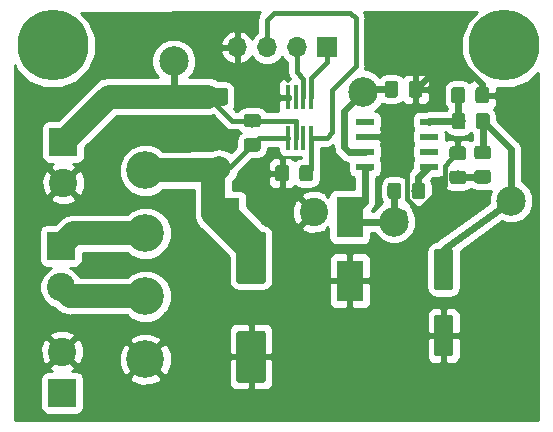
<source format=gbr>
G04 #@! TF.GenerationSoftware,KiCad,Pcbnew,(5.0.2)-1*
G04 #@! TF.CreationDate,2019-02-10T20:46:42+01:00*
G04 #@! TF.ProjectId,Rectifier,52656374-6966-4696-9572-2e6b69636164,rev?*
G04 #@! TF.SameCoordinates,PX5c55b20PY6f109e0*
G04 #@! TF.FileFunction,Copper,L1,Top*
G04 #@! TF.FilePolarity,Positive*
%FSLAX46Y46*%
G04 Gerber Fmt 4.6, Leading zero omitted, Abs format (unit mm)*
G04 Created by KiCad (PCBNEW (5.0.2)-1) date 02/10/19 20:46:42*
%MOMM*%
%LPD*%
G01*
G04 APERTURE LIST*
G04 #@! TA.AperFunction,ComponentPad*
%ADD10C,6.000000*%
G04 #@! TD*
G04 #@! TA.AperFunction,ComponentPad*
%ADD11R,2.400000X2.400000*%
G04 #@! TD*
G04 #@! TA.AperFunction,ComponentPad*
%ADD12C,2.400000*%
G04 #@! TD*
G04 #@! TA.AperFunction,ComponentPad*
%ADD13R,1.700000X1.700000*%
G04 #@! TD*
G04 #@! TA.AperFunction,ComponentPad*
%ADD14O,1.700000X1.700000*%
G04 #@! TD*
G04 #@! TA.AperFunction,Conductor*
%ADD15C,0.100000*%
G04 #@! TD*
G04 #@! TA.AperFunction,SMDPad,CuDef*
%ADD16C,2.500000*%
G04 #@! TD*
G04 #@! TA.AperFunction,SMDPad,CuDef*
%ADD17C,1.600000*%
G04 #@! TD*
G04 #@! TA.AperFunction,SMDPad,CuDef*
%ADD18C,1.150000*%
G04 #@! TD*
G04 #@! TA.AperFunction,SMDPad,CuDef*
%ADD19R,2.300000X3.500000*%
G04 #@! TD*
G04 #@! TA.AperFunction,ComponentPad*
%ADD20C,3.200000*%
G04 #@! TD*
G04 #@! TA.AperFunction,SMDPad,CuDef*
%ADD21R,1.550000X0.600000*%
G04 #@! TD*
G04 #@! TA.AperFunction,SMDPad,CuDef*
%ADD22R,0.400000X2.000000*%
G04 #@! TD*
G04 #@! TA.AperFunction,SMDPad,CuDef*
%ADD23C,1.525000*%
G04 #@! TD*
G04 #@! TA.AperFunction,ViaPad*
%ADD24C,2.500000*%
G04 #@! TD*
G04 #@! TA.AperFunction,Conductor*
%ADD25C,0.600000*%
G04 #@! TD*
G04 #@! TA.AperFunction,Conductor*
%ADD26C,0.400000*%
G04 #@! TD*
G04 #@! TA.AperFunction,Conductor*
%ADD27C,2.000000*%
G04 #@! TD*
G04 #@! TA.AperFunction,Conductor*
%ADD28C,0.254000*%
G04 #@! TD*
G04 APERTURE END LIST*
D10*
G04 #@! TO.P,REF\002A\002A,1*
G04 #@! TO.N,N/C*
X42170000Y32540000D03*
G04 #@! TD*
D11*
G04 #@! TO.P,J4,1*
G04 #@! TO.N,Net-(C4-Pad1)*
X4830000Y24360000D03*
D12*
G04 #@! TO.P,J4,2*
G04 #@! TO.N,GND*
X4830000Y20860000D03*
G04 #@! TD*
D13*
G04 #@! TO.P,J2,1*
G04 #@! TO.N,Net-(J2-Pad1)*
X27170000Y32360000D03*
D14*
G04 #@! TO.P,J2,2*
G04 #@! TO.N,Net-(J2-Pad2)*
X24630000Y32360000D03*
G04 #@! TO.P,J2,3*
G04 #@! TO.N,VCC*
X22090000Y32360000D03*
G04 #@! TO.P,J2,4*
G04 #@! TO.N,GND*
X19550000Y32360000D03*
G04 #@! TD*
D15*
G04 #@! TO.N,Net-(C1-Pad1)*
G04 #@! TO.C,C2*
G36*
X21754504Y16758796D02*
X21778773Y16755196D01*
X21802571Y16749235D01*
X21825671Y16740970D01*
X21847849Y16730480D01*
X21868893Y16717867D01*
X21888598Y16703253D01*
X21906777Y16686777D01*
X21923253Y16668598D01*
X21937867Y16648893D01*
X21950480Y16627849D01*
X21960970Y16605671D01*
X21969235Y16582571D01*
X21975196Y16558773D01*
X21978796Y16534504D01*
X21980000Y16510000D01*
X21980000Y12610000D01*
X21978796Y12585496D01*
X21975196Y12561227D01*
X21969235Y12537429D01*
X21960970Y12514329D01*
X21950480Y12492151D01*
X21937867Y12471107D01*
X21923253Y12451402D01*
X21906777Y12433223D01*
X21888598Y12416747D01*
X21868893Y12402133D01*
X21847849Y12389520D01*
X21825671Y12379030D01*
X21802571Y12370765D01*
X21778773Y12364804D01*
X21754504Y12361204D01*
X21730000Y12360000D01*
X19730000Y12360000D01*
X19705496Y12361204D01*
X19681227Y12364804D01*
X19657429Y12370765D01*
X19634329Y12379030D01*
X19612151Y12389520D01*
X19591107Y12402133D01*
X19571402Y12416747D01*
X19553223Y12433223D01*
X19536747Y12451402D01*
X19522133Y12471107D01*
X19509520Y12492151D01*
X19499030Y12514329D01*
X19490765Y12537429D01*
X19484804Y12561227D01*
X19481204Y12585496D01*
X19480000Y12610000D01*
X19480000Y16510000D01*
X19481204Y16534504D01*
X19484804Y16558773D01*
X19490765Y16582571D01*
X19499030Y16605671D01*
X19509520Y16627849D01*
X19522133Y16648893D01*
X19536747Y16668598D01*
X19553223Y16686777D01*
X19571402Y16703253D01*
X19591107Y16717867D01*
X19612151Y16730480D01*
X19634329Y16740970D01*
X19657429Y16749235D01*
X19681227Y16755196D01*
X19705496Y16758796D01*
X19730000Y16760000D01*
X21730000Y16760000D01*
X21754504Y16758796D01*
X21754504Y16758796D01*
G37*
D16*
G04 #@! TD*
G04 #@! TO.P,C2,1*
G04 #@! TO.N,Net-(C1-Pad1)*
X20730000Y14560000D03*
D15*
G04 #@! TO.N,GND*
G04 #@! TO.C,C2*
G36*
X21754504Y8358796D02*
X21778773Y8355196D01*
X21802571Y8349235D01*
X21825671Y8340970D01*
X21847849Y8330480D01*
X21868893Y8317867D01*
X21888598Y8303253D01*
X21906777Y8286777D01*
X21923253Y8268598D01*
X21937867Y8248893D01*
X21950480Y8227849D01*
X21960970Y8205671D01*
X21969235Y8182571D01*
X21975196Y8158773D01*
X21978796Y8134504D01*
X21980000Y8110000D01*
X21980000Y4210000D01*
X21978796Y4185496D01*
X21975196Y4161227D01*
X21969235Y4137429D01*
X21960970Y4114329D01*
X21950480Y4092151D01*
X21937867Y4071107D01*
X21923253Y4051402D01*
X21906777Y4033223D01*
X21888598Y4016747D01*
X21868893Y4002133D01*
X21847849Y3989520D01*
X21825671Y3979030D01*
X21802571Y3970765D01*
X21778773Y3964804D01*
X21754504Y3961204D01*
X21730000Y3960000D01*
X19730000Y3960000D01*
X19705496Y3961204D01*
X19681227Y3964804D01*
X19657429Y3970765D01*
X19634329Y3979030D01*
X19612151Y3989520D01*
X19591107Y4002133D01*
X19571402Y4016747D01*
X19553223Y4033223D01*
X19536747Y4051402D01*
X19522133Y4071107D01*
X19509520Y4092151D01*
X19499030Y4114329D01*
X19490765Y4137429D01*
X19484804Y4161227D01*
X19481204Y4185496D01*
X19480000Y4210000D01*
X19480000Y8110000D01*
X19481204Y8134504D01*
X19484804Y8158773D01*
X19490765Y8182571D01*
X19499030Y8205671D01*
X19509520Y8227849D01*
X19522133Y8248893D01*
X19536747Y8268598D01*
X19553223Y8286777D01*
X19571402Y8303253D01*
X19591107Y8317867D01*
X19612151Y8330480D01*
X19634329Y8340970D01*
X19657429Y8349235D01*
X19681227Y8355196D01*
X19705496Y8358796D01*
X19730000Y8360000D01*
X21730000Y8360000D01*
X21754504Y8358796D01*
X21754504Y8358796D01*
G37*
D16*
G04 #@! TD*
G04 #@! TO.P,C2,2*
G04 #@! TO.N,GND*
X20730000Y6160000D03*
D11*
G04 #@! TO.P,C1,1*
G04 #@! TO.N,Net-(C1-Pad1)*
X18560000Y18430000D03*
D12*
G04 #@! TO.P,C1,2*
G04 #@! TO.N,GND*
X26060000Y18430000D03*
G04 #@! TD*
D15*
G04 #@! TO.N,VCC*
G04 #@! TO.C,C7*
G36*
X37604504Y15308796D02*
X37628773Y15305196D01*
X37652571Y15299235D01*
X37675671Y15290970D01*
X37697849Y15280480D01*
X37718893Y15267867D01*
X37738598Y15253253D01*
X37756777Y15236777D01*
X37773253Y15218598D01*
X37787867Y15198893D01*
X37800480Y15177849D01*
X37810970Y15155671D01*
X37819235Y15132571D01*
X37825196Y15108773D01*
X37828796Y15084504D01*
X37830000Y15060000D01*
X37830000Y12060000D01*
X37828796Y12035496D01*
X37825196Y12011227D01*
X37819235Y11987429D01*
X37810970Y11964329D01*
X37800480Y11942151D01*
X37787867Y11921107D01*
X37773253Y11901402D01*
X37756777Y11883223D01*
X37738598Y11866747D01*
X37718893Y11852133D01*
X37697849Y11839520D01*
X37675671Y11829030D01*
X37652571Y11820765D01*
X37628773Y11814804D01*
X37604504Y11811204D01*
X37580000Y11810000D01*
X36480000Y11810000D01*
X36455496Y11811204D01*
X36431227Y11814804D01*
X36407429Y11820765D01*
X36384329Y11829030D01*
X36362151Y11839520D01*
X36341107Y11852133D01*
X36321402Y11866747D01*
X36303223Y11883223D01*
X36286747Y11901402D01*
X36272133Y11921107D01*
X36259520Y11942151D01*
X36249030Y11964329D01*
X36240765Y11987429D01*
X36234804Y12011227D01*
X36231204Y12035496D01*
X36230000Y12060000D01*
X36230000Y15060000D01*
X36231204Y15084504D01*
X36234804Y15108773D01*
X36240765Y15132571D01*
X36249030Y15155671D01*
X36259520Y15177849D01*
X36272133Y15198893D01*
X36286747Y15218598D01*
X36303223Y15236777D01*
X36321402Y15253253D01*
X36341107Y15267867D01*
X36362151Y15280480D01*
X36384329Y15290970D01*
X36407429Y15299235D01*
X36431227Y15305196D01*
X36455496Y15308796D01*
X36480000Y15310000D01*
X37580000Y15310000D01*
X37604504Y15308796D01*
X37604504Y15308796D01*
G37*
D17*
G04 #@! TD*
G04 #@! TO.P,C7,1*
G04 #@! TO.N,VCC*
X37030000Y13560000D03*
D15*
G04 #@! TO.N,GND*
G04 #@! TO.C,C7*
G36*
X37604504Y9708796D02*
X37628773Y9705196D01*
X37652571Y9699235D01*
X37675671Y9690970D01*
X37697849Y9680480D01*
X37718893Y9667867D01*
X37738598Y9653253D01*
X37756777Y9636777D01*
X37773253Y9618598D01*
X37787867Y9598893D01*
X37800480Y9577849D01*
X37810970Y9555671D01*
X37819235Y9532571D01*
X37825196Y9508773D01*
X37828796Y9484504D01*
X37830000Y9460000D01*
X37830000Y6460000D01*
X37828796Y6435496D01*
X37825196Y6411227D01*
X37819235Y6387429D01*
X37810970Y6364329D01*
X37800480Y6342151D01*
X37787867Y6321107D01*
X37773253Y6301402D01*
X37756777Y6283223D01*
X37738598Y6266747D01*
X37718893Y6252133D01*
X37697849Y6239520D01*
X37675671Y6229030D01*
X37652571Y6220765D01*
X37628773Y6214804D01*
X37604504Y6211204D01*
X37580000Y6210000D01*
X36480000Y6210000D01*
X36455496Y6211204D01*
X36431227Y6214804D01*
X36407429Y6220765D01*
X36384329Y6229030D01*
X36362151Y6239520D01*
X36341107Y6252133D01*
X36321402Y6266747D01*
X36303223Y6283223D01*
X36286747Y6301402D01*
X36272133Y6321107D01*
X36259520Y6342151D01*
X36249030Y6364329D01*
X36240765Y6387429D01*
X36234804Y6411227D01*
X36231204Y6435496D01*
X36230000Y6460000D01*
X36230000Y9460000D01*
X36231204Y9484504D01*
X36234804Y9508773D01*
X36240765Y9532571D01*
X36249030Y9555671D01*
X36259520Y9577849D01*
X36272133Y9598893D01*
X36286747Y9618598D01*
X36303223Y9636777D01*
X36321402Y9653253D01*
X36341107Y9667867D01*
X36362151Y9680480D01*
X36384329Y9690970D01*
X36407429Y9699235D01*
X36431227Y9705196D01*
X36455496Y9708796D01*
X36480000Y9710000D01*
X37580000Y9710000D01*
X37604504Y9708796D01*
X37604504Y9708796D01*
G37*
D17*
G04 #@! TD*
G04 #@! TO.P,C7,2*
G04 #@! TO.N,GND*
X37030000Y7960000D03*
D15*
G04 #@! TO.N,GND*
G04 #@! TO.C,C3*
G36*
X23704505Y22408796D02*
X23728773Y22405196D01*
X23752572Y22399235D01*
X23775671Y22390970D01*
X23797850Y22380480D01*
X23818893Y22367868D01*
X23838599Y22353253D01*
X23856777Y22336777D01*
X23873253Y22318599D01*
X23887868Y22298893D01*
X23900480Y22277850D01*
X23910970Y22255671D01*
X23919235Y22232572D01*
X23925196Y22208773D01*
X23928796Y22184505D01*
X23930000Y22160001D01*
X23930000Y21259999D01*
X23928796Y21235495D01*
X23925196Y21211227D01*
X23919235Y21187428D01*
X23910970Y21164329D01*
X23900480Y21142150D01*
X23887868Y21121107D01*
X23873253Y21101401D01*
X23856777Y21083223D01*
X23838599Y21066747D01*
X23818893Y21052132D01*
X23797850Y21039520D01*
X23775671Y21029030D01*
X23752572Y21020765D01*
X23728773Y21014804D01*
X23704505Y21011204D01*
X23680001Y21010000D01*
X23029999Y21010000D01*
X23005495Y21011204D01*
X22981227Y21014804D01*
X22957428Y21020765D01*
X22934329Y21029030D01*
X22912150Y21039520D01*
X22891107Y21052132D01*
X22871401Y21066747D01*
X22853223Y21083223D01*
X22836747Y21101401D01*
X22822132Y21121107D01*
X22809520Y21142150D01*
X22799030Y21164329D01*
X22790765Y21187428D01*
X22784804Y21211227D01*
X22781204Y21235495D01*
X22780000Y21259999D01*
X22780000Y22160001D01*
X22781204Y22184505D01*
X22784804Y22208773D01*
X22790765Y22232572D01*
X22799030Y22255671D01*
X22809520Y22277850D01*
X22822132Y22298893D01*
X22836747Y22318599D01*
X22853223Y22336777D01*
X22871401Y22353253D01*
X22891107Y22367868D01*
X22912150Y22380480D01*
X22934329Y22390970D01*
X22957428Y22399235D01*
X22981227Y22405196D01*
X23005495Y22408796D01*
X23029999Y22410000D01*
X23680001Y22410000D01*
X23704505Y22408796D01*
X23704505Y22408796D01*
G37*
D18*
G04 #@! TD*
G04 #@! TO.P,C3,2*
G04 #@! TO.N,GND*
X23355000Y21710000D03*
D15*
G04 #@! TO.N,VCC*
G04 #@! TO.C,C3*
G36*
X25754505Y22408796D02*
X25778773Y22405196D01*
X25802572Y22399235D01*
X25825671Y22390970D01*
X25847850Y22380480D01*
X25868893Y22367868D01*
X25888599Y22353253D01*
X25906777Y22336777D01*
X25923253Y22318599D01*
X25937868Y22298893D01*
X25950480Y22277850D01*
X25960970Y22255671D01*
X25969235Y22232572D01*
X25975196Y22208773D01*
X25978796Y22184505D01*
X25980000Y22160001D01*
X25980000Y21259999D01*
X25978796Y21235495D01*
X25975196Y21211227D01*
X25969235Y21187428D01*
X25960970Y21164329D01*
X25950480Y21142150D01*
X25937868Y21121107D01*
X25923253Y21101401D01*
X25906777Y21083223D01*
X25888599Y21066747D01*
X25868893Y21052132D01*
X25847850Y21039520D01*
X25825671Y21029030D01*
X25802572Y21020765D01*
X25778773Y21014804D01*
X25754505Y21011204D01*
X25730001Y21010000D01*
X25079999Y21010000D01*
X25055495Y21011204D01*
X25031227Y21014804D01*
X25007428Y21020765D01*
X24984329Y21029030D01*
X24962150Y21039520D01*
X24941107Y21052132D01*
X24921401Y21066747D01*
X24903223Y21083223D01*
X24886747Y21101401D01*
X24872132Y21121107D01*
X24859520Y21142150D01*
X24849030Y21164329D01*
X24840765Y21187428D01*
X24834804Y21211227D01*
X24831204Y21235495D01*
X24830000Y21259999D01*
X24830000Y22160001D01*
X24831204Y22184505D01*
X24834804Y22208773D01*
X24840765Y22232572D01*
X24849030Y22255671D01*
X24859520Y22277850D01*
X24872132Y22298893D01*
X24886747Y22318599D01*
X24903223Y22336777D01*
X24921401Y22353253D01*
X24941107Y22367868D01*
X24962150Y22380480D01*
X24984329Y22390970D01*
X25007428Y22399235D01*
X25031227Y22405196D01*
X25055495Y22408796D01*
X25079999Y22410000D01*
X25730001Y22410000D01*
X25754505Y22408796D01*
X25754505Y22408796D01*
G37*
D18*
G04 #@! TD*
G04 #@! TO.P,C3,1*
G04 #@! TO.N,VCC*
X25405000Y21710000D03*
D15*
G04 #@! TO.N,Net-(C4-Pad1)*
G04 #@! TO.C,C4*
G36*
X21304505Y26733796D02*
X21328773Y26730196D01*
X21352572Y26724235D01*
X21375671Y26715970D01*
X21397850Y26705480D01*
X21418893Y26692868D01*
X21438599Y26678253D01*
X21456777Y26661777D01*
X21473253Y26643599D01*
X21487868Y26623893D01*
X21500480Y26602850D01*
X21510970Y26580671D01*
X21519235Y26557572D01*
X21525196Y26533773D01*
X21528796Y26509505D01*
X21530000Y26485001D01*
X21530000Y25834999D01*
X21528796Y25810495D01*
X21525196Y25786227D01*
X21519235Y25762428D01*
X21510970Y25739329D01*
X21500480Y25717150D01*
X21487868Y25696107D01*
X21473253Y25676401D01*
X21456777Y25658223D01*
X21438599Y25641747D01*
X21418893Y25627132D01*
X21397850Y25614520D01*
X21375671Y25604030D01*
X21352572Y25595765D01*
X21328773Y25589804D01*
X21304505Y25586204D01*
X21280001Y25585000D01*
X20379999Y25585000D01*
X20355495Y25586204D01*
X20331227Y25589804D01*
X20307428Y25595765D01*
X20284329Y25604030D01*
X20262150Y25614520D01*
X20241107Y25627132D01*
X20221401Y25641747D01*
X20203223Y25658223D01*
X20186747Y25676401D01*
X20172132Y25696107D01*
X20159520Y25717150D01*
X20149030Y25739329D01*
X20140765Y25762428D01*
X20134804Y25786227D01*
X20131204Y25810495D01*
X20130000Y25834999D01*
X20130000Y26485001D01*
X20131204Y26509505D01*
X20134804Y26533773D01*
X20140765Y26557572D01*
X20149030Y26580671D01*
X20159520Y26602850D01*
X20172132Y26623893D01*
X20186747Y26643599D01*
X20203223Y26661777D01*
X20221401Y26678253D01*
X20241107Y26692868D01*
X20262150Y26705480D01*
X20284329Y26715970D01*
X20307428Y26724235D01*
X20331227Y26730196D01*
X20355495Y26733796D01*
X20379999Y26735000D01*
X21280001Y26735000D01*
X21304505Y26733796D01*
X21304505Y26733796D01*
G37*
D18*
G04 #@! TD*
G04 #@! TO.P,C4,1*
G04 #@! TO.N,Net-(C4-Pad1)*
X20830000Y26160000D03*
D15*
G04 #@! TO.N,Net-(C1-Pad1)*
G04 #@! TO.C,C4*
G36*
X21304505Y24683796D02*
X21328773Y24680196D01*
X21352572Y24674235D01*
X21375671Y24665970D01*
X21397850Y24655480D01*
X21418893Y24642868D01*
X21438599Y24628253D01*
X21456777Y24611777D01*
X21473253Y24593599D01*
X21487868Y24573893D01*
X21500480Y24552850D01*
X21510970Y24530671D01*
X21519235Y24507572D01*
X21525196Y24483773D01*
X21528796Y24459505D01*
X21530000Y24435001D01*
X21530000Y23784999D01*
X21528796Y23760495D01*
X21525196Y23736227D01*
X21519235Y23712428D01*
X21510970Y23689329D01*
X21500480Y23667150D01*
X21487868Y23646107D01*
X21473253Y23626401D01*
X21456777Y23608223D01*
X21438599Y23591747D01*
X21418893Y23577132D01*
X21397850Y23564520D01*
X21375671Y23554030D01*
X21352572Y23545765D01*
X21328773Y23539804D01*
X21304505Y23536204D01*
X21280001Y23535000D01*
X20379999Y23535000D01*
X20355495Y23536204D01*
X20331227Y23539804D01*
X20307428Y23545765D01*
X20284329Y23554030D01*
X20262150Y23564520D01*
X20241107Y23577132D01*
X20221401Y23591747D01*
X20203223Y23608223D01*
X20186747Y23626401D01*
X20172132Y23646107D01*
X20159520Y23667150D01*
X20149030Y23689329D01*
X20140765Y23712428D01*
X20134804Y23736227D01*
X20131204Y23760495D01*
X20130000Y23784999D01*
X20130000Y24435001D01*
X20131204Y24459505D01*
X20134804Y24483773D01*
X20140765Y24507572D01*
X20149030Y24530671D01*
X20159520Y24552850D01*
X20172132Y24573893D01*
X20186747Y24593599D01*
X20203223Y24611777D01*
X20221401Y24628253D01*
X20241107Y24642868D01*
X20262150Y24655480D01*
X20284329Y24665970D01*
X20307428Y24674235D01*
X20331227Y24680196D01*
X20355495Y24683796D01*
X20379999Y24685000D01*
X21280001Y24685000D01*
X21304505Y24683796D01*
X21304505Y24683796D01*
G37*
D18*
G04 #@! TD*
G04 #@! TO.P,C4,2*
G04 #@! TO.N,Net-(C1-Pad1)*
X20830000Y24110000D03*
D15*
G04 #@! TO.N,GND*
G04 #@! TO.C,C5*
G36*
X35004505Y29508796D02*
X35028773Y29505196D01*
X35052572Y29499235D01*
X35075671Y29490970D01*
X35097850Y29480480D01*
X35118893Y29467868D01*
X35138599Y29453253D01*
X35156777Y29436777D01*
X35173253Y29418599D01*
X35187868Y29398893D01*
X35200480Y29377850D01*
X35210970Y29355671D01*
X35219235Y29332572D01*
X35225196Y29308773D01*
X35228796Y29284505D01*
X35230000Y29260001D01*
X35230000Y28359999D01*
X35228796Y28335495D01*
X35225196Y28311227D01*
X35219235Y28287428D01*
X35210970Y28264329D01*
X35200480Y28242150D01*
X35187868Y28221107D01*
X35173253Y28201401D01*
X35156777Y28183223D01*
X35138599Y28166747D01*
X35118893Y28152132D01*
X35097850Y28139520D01*
X35075671Y28129030D01*
X35052572Y28120765D01*
X35028773Y28114804D01*
X35004505Y28111204D01*
X34980001Y28110000D01*
X34329999Y28110000D01*
X34305495Y28111204D01*
X34281227Y28114804D01*
X34257428Y28120765D01*
X34234329Y28129030D01*
X34212150Y28139520D01*
X34191107Y28152132D01*
X34171401Y28166747D01*
X34153223Y28183223D01*
X34136747Y28201401D01*
X34122132Y28221107D01*
X34109520Y28242150D01*
X34099030Y28264329D01*
X34090765Y28287428D01*
X34084804Y28311227D01*
X34081204Y28335495D01*
X34080000Y28359999D01*
X34080000Y29260001D01*
X34081204Y29284505D01*
X34084804Y29308773D01*
X34090765Y29332572D01*
X34099030Y29355671D01*
X34109520Y29377850D01*
X34122132Y29398893D01*
X34136747Y29418599D01*
X34153223Y29436777D01*
X34171401Y29453253D01*
X34191107Y29467868D01*
X34212150Y29480480D01*
X34234329Y29490970D01*
X34257428Y29499235D01*
X34281227Y29505196D01*
X34305495Y29508796D01*
X34329999Y29510000D01*
X34980001Y29510000D01*
X35004505Y29508796D01*
X35004505Y29508796D01*
G37*
D18*
G04 #@! TD*
G04 #@! TO.P,C5,2*
G04 #@! TO.N,GND*
X34655000Y28810000D03*
D15*
G04 #@! TO.N,Net-(C4-Pad1)*
G04 #@! TO.C,C5*
G36*
X32954505Y29508796D02*
X32978773Y29505196D01*
X33002572Y29499235D01*
X33025671Y29490970D01*
X33047850Y29480480D01*
X33068893Y29467868D01*
X33088599Y29453253D01*
X33106777Y29436777D01*
X33123253Y29418599D01*
X33137868Y29398893D01*
X33150480Y29377850D01*
X33160970Y29355671D01*
X33169235Y29332572D01*
X33175196Y29308773D01*
X33178796Y29284505D01*
X33180000Y29260001D01*
X33180000Y28359999D01*
X33178796Y28335495D01*
X33175196Y28311227D01*
X33169235Y28287428D01*
X33160970Y28264329D01*
X33150480Y28242150D01*
X33137868Y28221107D01*
X33123253Y28201401D01*
X33106777Y28183223D01*
X33088599Y28166747D01*
X33068893Y28152132D01*
X33047850Y28139520D01*
X33025671Y28129030D01*
X33002572Y28120765D01*
X32978773Y28114804D01*
X32954505Y28111204D01*
X32930001Y28110000D01*
X32279999Y28110000D01*
X32255495Y28111204D01*
X32231227Y28114804D01*
X32207428Y28120765D01*
X32184329Y28129030D01*
X32162150Y28139520D01*
X32141107Y28152132D01*
X32121401Y28166747D01*
X32103223Y28183223D01*
X32086747Y28201401D01*
X32072132Y28221107D01*
X32059520Y28242150D01*
X32049030Y28264329D01*
X32040765Y28287428D01*
X32034804Y28311227D01*
X32031204Y28335495D01*
X32030000Y28359999D01*
X32030000Y29260001D01*
X32031204Y29284505D01*
X32034804Y29308773D01*
X32040765Y29332572D01*
X32049030Y29355671D01*
X32059520Y29377850D01*
X32072132Y29398893D01*
X32086747Y29418599D01*
X32103223Y29436777D01*
X32121401Y29453253D01*
X32141107Y29467868D01*
X32162150Y29480480D01*
X32184329Y29490970D01*
X32207428Y29499235D01*
X32231227Y29505196D01*
X32255495Y29508796D01*
X32279999Y29510000D01*
X32930001Y29510000D01*
X32954505Y29508796D01*
X32954505Y29508796D01*
G37*
D18*
G04 #@! TD*
G04 #@! TO.P,C5,1*
G04 #@! TO.N,Net-(C4-Pad1)*
X32605000Y28810000D03*
D15*
G04 #@! TO.N,Net-(C6-Pad1)*
G04 #@! TO.C,C6*
G36*
X33204505Y20908796D02*
X33228773Y20905196D01*
X33252572Y20899235D01*
X33275671Y20890970D01*
X33297850Y20880480D01*
X33318893Y20867868D01*
X33338599Y20853253D01*
X33356777Y20836777D01*
X33373253Y20818599D01*
X33387868Y20798893D01*
X33400480Y20777850D01*
X33410970Y20755671D01*
X33419235Y20732572D01*
X33425196Y20708773D01*
X33428796Y20684505D01*
X33430000Y20660001D01*
X33430000Y19759999D01*
X33428796Y19735495D01*
X33425196Y19711227D01*
X33419235Y19687428D01*
X33410970Y19664329D01*
X33400480Y19642150D01*
X33387868Y19621107D01*
X33373253Y19601401D01*
X33356777Y19583223D01*
X33338599Y19566747D01*
X33318893Y19552132D01*
X33297850Y19539520D01*
X33275671Y19529030D01*
X33252572Y19520765D01*
X33228773Y19514804D01*
X33204505Y19511204D01*
X33180001Y19510000D01*
X32529999Y19510000D01*
X32505495Y19511204D01*
X32481227Y19514804D01*
X32457428Y19520765D01*
X32434329Y19529030D01*
X32412150Y19539520D01*
X32391107Y19552132D01*
X32371401Y19566747D01*
X32353223Y19583223D01*
X32336747Y19601401D01*
X32322132Y19621107D01*
X32309520Y19642150D01*
X32299030Y19664329D01*
X32290765Y19687428D01*
X32284804Y19711227D01*
X32281204Y19735495D01*
X32280000Y19759999D01*
X32280000Y20660001D01*
X32281204Y20684505D01*
X32284804Y20708773D01*
X32290765Y20732572D01*
X32299030Y20755671D01*
X32309520Y20777850D01*
X32322132Y20798893D01*
X32336747Y20818599D01*
X32353223Y20836777D01*
X32371401Y20853253D01*
X32391107Y20867868D01*
X32412150Y20880480D01*
X32434329Y20890970D01*
X32457428Y20899235D01*
X32481227Y20905196D01*
X32505495Y20908796D01*
X32529999Y20910000D01*
X33180001Y20910000D01*
X33204505Y20908796D01*
X33204505Y20908796D01*
G37*
D18*
G04 #@! TD*
G04 #@! TO.P,C6,1*
G04 #@! TO.N,Net-(C6-Pad1)*
X32855000Y20210000D03*
D15*
G04 #@! TO.N,Net-(C6-Pad2)*
G04 #@! TO.C,C6*
G36*
X35254505Y20908796D02*
X35278773Y20905196D01*
X35302572Y20899235D01*
X35325671Y20890970D01*
X35347850Y20880480D01*
X35368893Y20867868D01*
X35388599Y20853253D01*
X35406777Y20836777D01*
X35423253Y20818599D01*
X35437868Y20798893D01*
X35450480Y20777850D01*
X35460970Y20755671D01*
X35469235Y20732572D01*
X35475196Y20708773D01*
X35478796Y20684505D01*
X35480000Y20660001D01*
X35480000Y19759999D01*
X35478796Y19735495D01*
X35475196Y19711227D01*
X35469235Y19687428D01*
X35460970Y19664329D01*
X35450480Y19642150D01*
X35437868Y19621107D01*
X35423253Y19601401D01*
X35406777Y19583223D01*
X35388599Y19566747D01*
X35368893Y19552132D01*
X35347850Y19539520D01*
X35325671Y19529030D01*
X35302572Y19520765D01*
X35278773Y19514804D01*
X35254505Y19511204D01*
X35230001Y19510000D01*
X34579999Y19510000D01*
X34555495Y19511204D01*
X34531227Y19514804D01*
X34507428Y19520765D01*
X34484329Y19529030D01*
X34462150Y19539520D01*
X34441107Y19552132D01*
X34421401Y19566747D01*
X34403223Y19583223D01*
X34386747Y19601401D01*
X34372132Y19621107D01*
X34359520Y19642150D01*
X34349030Y19664329D01*
X34340765Y19687428D01*
X34334804Y19711227D01*
X34331204Y19735495D01*
X34330000Y19759999D01*
X34330000Y20660001D01*
X34331204Y20684505D01*
X34334804Y20708773D01*
X34340765Y20732572D01*
X34349030Y20755671D01*
X34359520Y20777850D01*
X34372132Y20798893D01*
X34386747Y20818599D01*
X34403223Y20836777D01*
X34421401Y20853253D01*
X34441107Y20867868D01*
X34462150Y20880480D01*
X34484329Y20890970D01*
X34507428Y20899235D01*
X34531227Y20905196D01*
X34555495Y20908796D01*
X34579999Y20910000D01*
X35230001Y20910000D01*
X35254505Y20908796D01*
X35254505Y20908796D01*
G37*
D18*
G04 #@! TD*
G04 #@! TO.P,C6,2*
G04 #@! TO.N,Net-(C6-Pad2)*
X34905000Y20210000D03*
D15*
G04 #@! TO.N,GND*
G04 #@! TO.C,D4*
G36*
X38704505Y23983796D02*
X38728773Y23980196D01*
X38752572Y23974235D01*
X38775671Y23965970D01*
X38797850Y23955480D01*
X38818893Y23942868D01*
X38838599Y23928253D01*
X38856777Y23911777D01*
X38873253Y23893599D01*
X38887868Y23873893D01*
X38900480Y23852850D01*
X38910970Y23830671D01*
X38919235Y23807572D01*
X38925196Y23783773D01*
X38928796Y23759505D01*
X38930000Y23735001D01*
X38930000Y23084999D01*
X38928796Y23060495D01*
X38925196Y23036227D01*
X38919235Y23012428D01*
X38910970Y22989329D01*
X38900480Y22967150D01*
X38887868Y22946107D01*
X38873253Y22926401D01*
X38856777Y22908223D01*
X38838599Y22891747D01*
X38818893Y22877132D01*
X38797850Y22864520D01*
X38775671Y22854030D01*
X38752572Y22845765D01*
X38728773Y22839804D01*
X38704505Y22836204D01*
X38680001Y22835000D01*
X37779999Y22835000D01*
X37755495Y22836204D01*
X37731227Y22839804D01*
X37707428Y22845765D01*
X37684329Y22854030D01*
X37662150Y22864520D01*
X37641107Y22877132D01*
X37621401Y22891747D01*
X37603223Y22908223D01*
X37586747Y22926401D01*
X37572132Y22946107D01*
X37559520Y22967150D01*
X37549030Y22989329D01*
X37540765Y23012428D01*
X37534804Y23036227D01*
X37531204Y23060495D01*
X37530000Y23084999D01*
X37530000Y23735001D01*
X37531204Y23759505D01*
X37534804Y23783773D01*
X37540765Y23807572D01*
X37549030Y23830671D01*
X37559520Y23852850D01*
X37572132Y23873893D01*
X37586747Y23893599D01*
X37603223Y23911777D01*
X37621401Y23928253D01*
X37641107Y23942868D01*
X37662150Y23955480D01*
X37684329Y23965970D01*
X37707428Y23974235D01*
X37731227Y23980196D01*
X37755495Y23983796D01*
X37779999Y23985000D01*
X38680001Y23985000D01*
X38704505Y23983796D01*
X38704505Y23983796D01*
G37*
D18*
G04 #@! TD*
G04 #@! TO.P,D4,1*
G04 #@! TO.N,GND*
X38230000Y23410000D03*
D15*
G04 #@! TO.N,Net-(D4-Pad2)*
G04 #@! TO.C,D4*
G36*
X38704505Y21933796D02*
X38728773Y21930196D01*
X38752572Y21924235D01*
X38775671Y21915970D01*
X38797850Y21905480D01*
X38818893Y21892868D01*
X38838599Y21878253D01*
X38856777Y21861777D01*
X38873253Y21843599D01*
X38887868Y21823893D01*
X38900480Y21802850D01*
X38910970Y21780671D01*
X38919235Y21757572D01*
X38925196Y21733773D01*
X38928796Y21709505D01*
X38930000Y21685001D01*
X38930000Y21034999D01*
X38928796Y21010495D01*
X38925196Y20986227D01*
X38919235Y20962428D01*
X38910970Y20939329D01*
X38900480Y20917150D01*
X38887868Y20896107D01*
X38873253Y20876401D01*
X38856777Y20858223D01*
X38838599Y20841747D01*
X38818893Y20827132D01*
X38797850Y20814520D01*
X38775671Y20804030D01*
X38752572Y20795765D01*
X38728773Y20789804D01*
X38704505Y20786204D01*
X38680001Y20785000D01*
X37779999Y20785000D01*
X37755495Y20786204D01*
X37731227Y20789804D01*
X37707428Y20795765D01*
X37684329Y20804030D01*
X37662150Y20814520D01*
X37641107Y20827132D01*
X37621401Y20841747D01*
X37603223Y20858223D01*
X37586747Y20876401D01*
X37572132Y20896107D01*
X37559520Y20917150D01*
X37549030Y20939329D01*
X37540765Y20962428D01*
X37534804Y20986227D01*
X37531204Y21010495D01*
X37530000Y21034999D01*
X37530000Y21685001D01*
X37531204Y21709505D01*
X37534804Y21733773D01*
X37540765Y21757572D01*
X37549030Y21780671D01*
X37559520Y21802850D01*
X37572132Y21823893D01*
X37586747Y21843599D01*
X37603223Y21861777D01*
X37621401Y21878253D01*
X37641107Y21892868D01*
X37662150Y21905480D01*
X37684329Y21915970D01*
X37707428Y21924235D01*
X37731227Y21930196D01*
X37755495Y21933796D01*
X37779999Y21935000D01*
X38680001Y21935000D01*
X38704505Y21933796D01*
X38704505Y21933796D01*
G37*
D18*
G04 #@! TD*
G04 #@! TO.P,D4,2*
G04 #@! TO.N,Net-(D4-Pad2)*
X38230000Y21360000D03*
D19*
G04 #@! TO.P,D3,1*
G04 #@! TO.N,Net-(C6-Pad1)*
X29080000Y18010000D03*
G04 #@! TO.P,D3,2*
G04 #@! TO.N,GND*
X29080000Y12610000D03*
G04 #@! TD*
D20*
G04 #@! TO.P,D1,1*
G04 #@! TO.N,GND*
X11780000Y5965000D03*
G04 #@! TO.P,D1,2*
G04 #@! TO.N,Net-(D1-Pad2)*
X11780000Y11295000D03*
G04 #@! TO.P,D1,3*
G04 #@! TO.N,Net-(D1-Pad3)*
X11780000Y16625000D03*
G04 #@! TO.P,D1,4*
G04 #@! TO.N,Net-(C1-Pad1)*
X11780000Y21955000D03*
G04 #@! TD*
D21*
G04 #@! TO.P,U2,1*
G04 #@! TO.N,Net-(C6-Pad2)*
X35780000Y22255000D03*
G04 #@! TO.P,U2,2*
G04 #@! TO.N,Net-(U2-Pad2)*
X35780000Y23525000D03*
G04 #@! TO.P,U2,3*
G04 #@! TO.N,Net-(U2-Pad3)*
X35780000Y24795000D03*
G04 #@! TO.P,U2,4*
G04 #@! TO.N,Net-(R3-Pad2)*
X35780000Y26065000D03*
G04 #@! TO.P,U2,5*
G04 #@! TO.N,Net-(U2-Pad5)*
X30380000Y26065000D03*
G04 #@! TO.P,U2,6*
G04 #@! TO.N,GND*
X30380000Y24795000D03*
G04 #@! TO.P,U2,7*
G04 #@! TO.N,Net-(C4-Pad1)*
X30380000Y23525000D03*
G04 #@! TO.P,U2,8*
G04 #@! TO.N,Net-(C6-Pad1)*
X30380000Y22255000D03*
G04 #@! TD*
D22*
G04 #@! TO.P,U1,1*
G04 #@! TO.N,Net-(C1-Pad1)*
X23860000Y24700000D03*
G04 #@! TO.P,U1,2*
G04 #@! TO.N,Net-(C4-Pad1)*
X24500000Y24700000D03*
G04 #@! TO.P,U1,3*
G04 #@! TO.N,GND*
X25160000Y24700000D03*
G04 #@! TO.P,U1,4*
G04 #@! TO.N,VCC*
X25800000Y24700000D03*
G04 #@! TO.P,U1,5*
G04 #@! TO.N,Net-(J2-Pad1)*
X25800000Y28120000D03*
G04 #@! TO.P,U1,6*
G04 #@! TO.N,Net-(J2-Pad2)*
X25160000Y28120000D03*
G04 #@! TO.P,U1,7*
G04 #@! TO.N,GND*
X24500000Y28120000D03*
G04 #@! TO.P,U1,8*
X23860000Y28120000D03*
G04 #@! TD*
D15*
G04 #@! TO.N,GND*
G04 #@! TO.C,R3*
G36*
X40654505Y29008796D02*
X40678773Y29005196D01*
X40702572Y28999235D01*
X40725671Y28990970D01*
X40747850Y28980480D01*
X40768893Y28967868D01*
X40788599Y28953253D01*
X40806777Y28936777D01*
X40823253Y28918599D01*
X40837868Y28898893D01*
X40850480Y28877850D01*
X40860970Y28855671D01*
X40869235Y28832572D01*
X40875196Y28808773D01*
X40878796Y28784505D01*
X40880000Y28760001D01*
X40880000Y27859999D01*
X40878796Y27835495D01*
X40875196Y27811227D01*
X40869235Y27787428D01*
X40860970Y27764329D01*
X40850480Y27742150D01*
X40837868Y27721107D01*
X40823253Y27701401D01*
X40806777Y27683223D01*
X40788599Y27666747D01*
X40768893Y27652132D01*
X40747850Y27639520D01*
X40725671Y27629030D01*
X40702572Y27620765D01*
X40678773Y27614804D01*
X40654505Y27611204D01*
X40630001Y27610000D01*
X39979999Y27610000D01*
X39955495Y27611204D01*
X39931227Y27614804D01*
X39907428Y27620765D01*
X39884329Y27629030D01*
X39862150Y27639520D01*
X39841107Y27652132D01*
X39821401Y27666747D01*
X39803223Y27683223D01*
X39786747Y27701401D01*
X39772132Y27721107D01*
X39759520Y27742150D01*
X39749030Y27764329D01*
X39740765Y27787428D01*
X39734804Y27811227D01*
X39731204Y27835495D01*
X39730000Y27859999D01*
X39730000Y28760001D01*
X39731204Y28784505D01*
X39734804Y28808773D01*
X39740765Y28832572D01*
X39749030Y28855671D01*
X39759520Y28877850D01*
X39772132Y28898893D01*
X39786747Y28918599D01*
X39803223Y28936777D01*
X39821401Y28953253D01*
X39841107Y28967868D01*
X39862150Y28980480D01*
X39884329Y28990970D01*
X39907428Y28999235D01*
X39931227Y29005196D01*
X39955495Y29008796D01*
X39979999Y29010000D01*
X40630001Y29010000D01*
X40654505Y29008796D01*
X40654505Y29008796D01*
G37*
D18*
G04 #@! TD*
G04 #@! TO.P,R3,1*
G04 #@! TO.N,GND*
X40305000Y28310000D03*
D15*
G04 #@! TO.N,Net-(R3-Pad2)*
G04 #@! TO.C,R3*
G36*
X38604505Y29008796D02*
X38628773Y29005196D01*
X38652572Y28999235D01*
X38675671Y28990970D01*
X38697850Y28980480D01*
X38718893Y28967868D01*
X38738599Y28953253D01*
X38756777Y28936777D01*
X38773253Y28918599D01*
X38787868Y28898893D01*
X38800480Y28877850D01*
X38810970Y28855671D01*
X38819235Y28832572D01*
X38825196Y28808773D01*
X38828796Y28784505D01*
X38830000Y28760001D01*
X38830000Y27859999D01*
X38828796Y27835495D01*
X38825196Y27811227D01*
X38819235Y27787428D01*
X38810970Y27764329D01*
X38800480Y27742150D01*
X38787868Y27721107D01*
X38773253Y27701401D01*
X38756777Y27683223D01*
X38738599Y27666747D01*
X38718893Y27652132D01*
X38697850Y27639520D01*
X38675671Y27629030D01*
X38652572Y27620765D01*
X38628773Y27614804D01*
X38604505Y27611204D01*
X38580001Y27610000D01*
X37929999Y27610000D01*
X37905495Y27611204D01*
X37881227Y27614804D01*
X37857428Y27620765D01*
X37834329Y27629030D01*
X37812150Y27639520D01*
X37791107Y27652132D01*
X37771401Y27666747D01*
X37753223Y27683223D01*
X37736747Y27701401D01*
X37722132Y27721107D01*
X37709520Y27742150D01*
X37699030Y27764329D01*
X37690765Y27787428D01*
X37684804Y27811227D01*
X37681204Y27835495D01*
X37680000Y27859999D01*
X37680000Y28760001D01*
X37681204Y28784505D01*
X37684804Y28808773D01*
X37690765Y28832572D01*
X37699030Y28855671D01*
X37709520Y28877850D01*
X37722132Y28898893D01*
X37736747Y28918599D01*
X37753223Y28936777D01*
X37771401Y28953253D01*
X37791107Y28967868D01*
X37812150Y28980480D01*
X37834329Y28990970D01*
X37857428Y28999235D01*
X37881227Y29005196D01*
X37905495Y29008796D01*
X37929999Y29010000D01*
X38580001Y29010000D01*
X38604505Y29008796D01*
X38604505Y29008796D01*
G37*
D18*
G04 #@! TD*
G04 #@! TO.P,R3,2*
G04 #@! TO.N,Net-(R3-Pad2)*
X38255000Y28310000D03*
D15*
G04 #@! TO.N,Net-(R3-Pad2)*
G04 #@! TO.C,R4*
G36*
X38654505Y26808796D02*
X38678773Y26805196D01*
X38702572Y26799235D01*
X38725671Y26790970D01*
X38747850Y26780480D01*
X38768893Y26767868D01*
X38788599Y26753253D01*
X38806777Y26736777D01*
X38823253Y26718599D01*
X38837868Y26698893D01*
X38850480Y26677850D01*
X38860970Y26655671D01*
X38869235Y26632572D01*
X38875196Y26608773D01*
X38878796Y26584505D01*
X38880000Y26560001D01*
X38880000Y25659999D01*
X38878796Y25635495D01*
X38875196Y25611227D01*
X38869235Y25587428D01*
X38860970Y25564329D01*
X38850480Y25542150D01*
X38837868Y25521107D01*
X38823253Y25501401D01*
X38806777Y25483223D01*
X38788599Y25466747D01*
X38768893Y25452132D01*
X38747850Y25439520D01*
X38725671Y25429030D01*
X38702572Y25420765D01*
X38678773Y25414804D01*
X38654505Y25411204D01*
X38630001Y25410000D01*
X37979999Y25410000D01*
X37955495Y25411204D01*
X37931227Y25414804D01*
X37907428Y25420765D01*
X37884329Y25429030D01*
X37862150Y25439520D01*
X37841107Y25452132D01*
X37821401Y25466747D01*
X37803223Y25483223D01*
X37786747Y25501401D01*
X37772132Y25521107D01*
X37759520Y25542150D01*
X37749030Y25564329D01*
X37740765Y25587428D01*
X37734804Y25611227D01*
X37731204Y25635495D01*
X37730000Y25659999D01*
X37730000Y26560001D01*
X37731204Y26584505D01*
X37734804Y26608773D01*
X37740765Y26632572D01*
X37749030Y26655671D01*
X37759520Y26677850D01*
X37772132Y26698893D01*
X37786747Y26718599D01*
X37803223Y26736777D01*
X37821401Y26753253D01*
X37841107Y26767868D01*
X37862150Y26780480D01*
X37884329Y26790970D01*
X37907428Y26799235D01*
X37931227Y26805196D01*
X37955495Y26808796D01*
X37979999Y26810000D01*
X38630001Y26810000D01*
X38654505Y26808796D01*
X38654505Y26808796D01*
G37*
D18*
G04 #@! TD*
G04 #@! TO.P,R4,2*
G04 #@! TO.N,Net-(R3-Pad2)*
X38305000Y26110000D03*
D15*
G04 #@! TO.N,VCC*
G04 #@! TO.C,R4*
G36*
X40704505Y26808796D02*
X40728773Y26805196D01*
X40752572Y26799235D01*
X40775671Y26790970D01*
X40797850Y26780480D01*
X40818893Y26767868D01*
X40838599Y26753253D01*
X40856777Y26736777D01*
X40873253Y26718599D01*
X40887868Y26698893D01*
X40900480Y26677850D01*
X40910970Y26655671D01*
X40919235Y26632572D01*
X40925196Y26608773D01*
X40928796Y26584505D01*
X40930000Y26560001D01*
X40930000Y25659999D01*
X40928796Y25635495D01*
X40925196Y25611227D01*
X40919235Y25587428D01*
X40910970Y25564329D01*
X40900480Y25542150D01*
X40887868Y25521107D01*
X40873253Y25501401D01*
X40856777Y25483223D01*
X40838599Y25466747D01*
X40818893Y25452132D01*
X40797850Y25439520D01*
X40775671Y25429030D01*
X40752572Y25420765D01*
X40728773Y25414804D01*
X40704505Y25411204D01*
X40680001Y25410000D01*
X40029999Y25410000D01*
X40005495Y25411204D01*
X39981227Y25414804D01*
X39957428Y25420765D01*
X39934329Y25429030D01*
X39912150Y25439520D01*
X39891107Y25452132D01*
X39871401Y25466747D01*
X39853223Y25483223D01*
X39836747Y25501401D01*
X39822132Y25521107D01*
X39809520Y25542150D01*
X39799030Y25564329D01*
X39790765Y25587428D01*
X39784804Y25611227D01*
X39781204Y25635495D01*
X39780000Y25659999D01*
X39780000Y26560001D01*
X39781204Y26584505D01*
X39784804Y26608773D01*
X39790765Y26632572D01*
X39799030Y26655671D01*
X39809520Y26677850D01*
X39822132Y26698893D01*
X39836747Y26718599D01*
X39853223Y26736777D01*
X39871401Y26753253D01*
X39891107Y26767868D01*
X39912150Y26780480D01*
X39934329Y26790970D01*
X39957428Y26799235D01*
X39981227Y26805196D01*
X40005495Y26808796D01*
X40029999Y26810000D01*
X40680001Y26810000D01*
X40704505Y26808796D01*
X40704505Y26808796D01*
G37*
D18*
G04 #@! TD*
G04 #@! TO.P,R4,1*
G04 #@! TO.N,VCC*
X40355000Y26110000D03*
D15*
G04 #@! TO.N,VCC*
G04 #@! TO.C,R5*
G36*
X40804505Y24033796D02*
X40828773Y24030196D01*
X40852572Y24024235D01*
X40875671Y24015970D01*
X40897850Y24005480D01*
X40918893Y23992868D01*
X40938599Y23978253D01*
X40956777Y23961777D01*
X40973253Y23943599D01*
X40987868Y23923893D01*
X41000480Y23902850D01*
X41010970Y23880671D01*
X41019235Y23857572D01*
X41025196Y23833773D01*
X41028796Y23809505D01*
X41030000Y23785001D01*
X41030000Y23134999D01*
X41028796Y23110495D01*
X41025196Y23086227D01*
X41019235Y23062428D01*
X41010970Y23039329D01*
X41000480Y23017150D01*
X40987868Y22996107D01*
X40973253Y22976401D01*
X40956777Y22958223D01*
X40938599Y22941747D01*
X40918893Y22927132D01*
X40897850Y22914520D01*
X40875671Y22904030D01*
X40852572Y22895765D01*
X40828773Y22889804D01*
X40804505Y22886204D01*
X40780001Y22885000D01*
X39879999Y22885000D01*
X39855495Y22886204D01*
X39831227Y22889804D01*
X39807428Y22895765D01*
X39784329Y22904030D01*
X39762150Y22914520D01*
X39741107Y22927132D01*
X39721401Y22941747D01*
X39703223Y22958223D01*
X39686747Y22976401D01*
X39672132Y22996107D01*
X39659520Y23017150D01*
X39649030Y23039329D01*
X39640765Y23062428D01*
X39634804Y23086227D01*
X39631204Y23110495D01*
X39630000Y23134999D01*
X39630000Y23785001D01*
X39631204Y23809505D01*
X39634804Y23833773D01*
X39640765Y23857572D01*
X39649030Y23880671D01*
X39659520Y23902850D01*
X39672132Y23923893D01*
X39686747Y23943599D01*
X39703223Y23961777D01*
X39721401Y23978253D01*
X39741107Y23992868D01*
X39762150Y24005480D01*
X39784329Y24015970D01*
X39807428Y24024235D01*
X39831227Y24030196D01*
X39855495Y24033796D01*
X39879999Y24035000D01*
X40780001Y24035000D01*
X40804505Y24033796D01*
X40804505Y24033796D01*
G37*
D18*
G04 #@! TD*
G04 #@! TO.P,R5,1*
G04 #@! TO.N,VCC*
X40330000Y23460000D03*
D15*
G04 #@! TO.N,Net-(D4-Pad2)*
G04 #@! TO.C,R5*
G36*
X40804505Y21983796D02*
X40828773Y21980196D01*
X40852572Y21974235D01*
X40875671Y21965970D01*
X40897850Y21955480D01*
X40918893Y21942868D01*
X40938599Y21928253D01*
X40956777Y21911777D01*
X40973253Y21893599D01*
X40987868Y21873893D01*
X41000480Y21852850D01*
X41010970Y21830671D01*
X41019235Y21807572D01*
X41025196Y21783773D01*
X41028796Y21759505D01*
X41030000Y21735001D01*
X41030000Y21084999D01*
X41028796Y21060495D01*
X41025196Y21036227D01*
X41019235Y21012428D01*
X41010970Y20989329D01*
X41000480Y20967150D01*
X40987868Y20946107D01*
X40973253Y20926401D01*
X40956777Y20908223D01*
X40938599Y20891747D01*
X40918893Y20877132D01*
X40897850Y20864520D01*
X40875671Y20854030D01*
X40852572Y20845765D01*
X40828773Y20839804D01*
X40804505Y20836204D01*
X40780001Y20835000D01*
X39879999Y20835000D01*
X39855495Y20836204D01*
X39831227Y20839804D01*
X39807428Y20845765D01*
X39784329Y20854030D01*
X39762150Y20864520D01*
X39741107Y20877132D01*
X39721401Y20891747D01*
X39703223Y20908223D01*
X39686747Y20926401D01*
X39672132Y20946107D01*
X39659520Y20967150D01*
X39649030Y20989329D01*
X39640765Y21012428D01*
X39634804Y21036227D01*
X39631204Y21060495D01*
X39630000Y21084999D01*
X39630000Y21735001D01*
X39631204Y21759505D01*
X39634804Y21783773D01*
X39640765Y21807572D01*
X39649030Y21830671D01*
X39659520Y21852850D01*
X39672132Y21873893D01*
X39686747Y21893599D01*
X39703223Y21911777D01*
X39721401Y21928253D01*
X39741107Y21942868D01*
X39762150Y21955480D01*
X39784329Y21965970D01*
X39807428Y21974235D01*
X39831227Y21980196D01*
X39855495Y21983796D01*
X39879999Y21985000D01*
X40780001Y21985000D01*
X40804505Y21983796D01*
X40804505Y21983796D01*
G37*
D18*
G04 #@! TD*
G04 #@! TO.P,R5,2*
G04 #@! TO.N,Net-(D4-Pad2)*
X40330000Y21410000D03*
D15*
G04 #@! TO.N,Net-(C4-Pad1)*
G04 #@! TO.C,R1*
G36*
X18529505Y28958796D02*
X18553773Y28955196D01*
X18577572Y28949235D01*
X18600671Y28940970D01*
X18622850Y28930480D01*
X18643893Y28917868D01*
X18663599Y28903253D01*
X18681777Y28886777D01*
X18698253Y28868599D01*
X18712868Y28848893D01*
X18725480Y28827850D01*
X18735970Y28805671D01*
X18744235Y28782572D01*
X18750196Y28758773D01*
X18753796Y28734505D01*
X18755000Y28710001D01*
X18755000Y27684999D01*
X18753796Y27660495D01*
X18750196Y27636227D01*
X18744235Y27612428D01*
X18735970Y27589329D01*
X18725480Y27567150D01*
X18712868Y27546107D01*
X18698253Y27526401D01*
X18681777Y27508223D01*
X18663599Y27491747D01*
X18643893Y27477132D01*
X18622850Y27464520D01*
X18600671Y27454030D01*
X18577572Y27445765D01*
X18553773Y27439804D01*
X18529505Y27436204D01*
X18505001Y27435000D01*
X15654999Y27435000D01*
X15630495Y27436204D01*
X15606227Y27439804D01*
X15582428Y27445765D01*
X15559329Y27454030D01*
X15537150Y27464520D01*
X15516107Y27477132D01*
X15496401Y27491747D01*
X15478223Y27508223D01*
X15461747Y27526401D01*
X15447132Y27546107D01*
X15434520Y27567150D01*
X15424030Y27589329D01*
X15415765Y27612428D01*
X15409804Y27636227D01*
X15406204Y27660495D01*
X15405000Y27684999D01*
X15405000Y28710001D01*
X15406204Y28734505D01*
X15409804Y28758773D01*
X15415765Y28782572D01*
X15424030Y28805671D01*
X15434520Y28827850D01*
X15447132Y28848893D01*
X15461747Y28868599D01*
X15478223Y28886777D01*
X15496401Y28903253D01*
X15516107Y28917868D01*
X15537150Y28930480D01*
X15559329Y28940970D01*
X15582428Y28949235D01*
X15606227Y28955196D01*
X15630495Y28958796D01*
X15654999Y28960000D01*
X18505001Y28960000D01*
X18529505Y28958796D01*
X18529505Y28958796D01*
G37*
D23*
G04 #@! TD*
G04 #@! TO.P,R1,1*
G04 #@! TO.N,Net-(C4-Pad1)*
X17080000Y28197500D03*
D15*
G04 #@! TO.N,Net-(C1-Pad1)*
G04 #@! TO.C,R1*
G36*
X18529505Y22983796D02*
X18553773Y22980196D01*
X18577572Y22974235D01*
X18600671Y22965970D01*
X18622850Y22955480D01*
X18643893Y22942868D01*
X18663599Y22928253D01*
X18681777Y22911777D01*
X18698253Y22893599D01*
X18712868Y22873893D01*
X18725480Y22852850D01*
X18735970Y22830671D01*
X18744235Y22807572D01*
X18750196Y22783773D01*
X18753796Y22759505D01*
X18755000Y22735001D01*
X18755000Y21709999D01*
X18753796Y21685495D01*
X18750196Y21661227D01*
X18744235Y21637428D01*
X18735970Y21614329D01*
X18725480Y21592150D01*
X18712868Y21571107D01*
X18698253Y21551401D01*
X18681777Y21533223D01*
X18663599Y21516747D01*
X18643893Y21502132D01*
X18622850Y21489520D01*
X18600671Y21479030D01*
X18577572Y21470765D01*
X18553773Y21464804D01*
X18529505Y21461204D01*
X18505001Y21460000D01*
X15654999Y21460000D01*
X15630495Y21461204D01*
X15606227Y21464804D01*
X15582428Y21470765D01*
X15559329Y21479030D01*
X15537150Y21489520D01*
X15516107Y21502132D01*
X15496401Y21516747D01*
X15478223Y21533223D01*
X15461747Y21551401D01*
X15447132Y21571107D01*
X15434520Y21592150D01*
X15424030Y21614329D01*
X15415765Y21637428D01*
X15409804Y21661227D01*
X15406204Y21685495D01*
X15405000Y21709999D01*
X15405000Y22735001D01*
X15406204Y22759505D01*
X15409804Y22783773D01*
X15415765Y22807572D01*
X15424030Y22830671D01*
X15434520Y22852850D01*
X15447132Y22873893D01*
X15461747Y22893599D01*
X15478223Y22911777D01*
X15496401Y22928253D01*
X15516107Y22942868D01*
X15537150Y22955480D01*
X15559329Y22965970D01*
X15582428Y22974235D01*
X15606227Y22980196D01*
X15630495Y22983796D01*
X15654999Y22985000D01*
X18505001Y22985000D01*
X18529505Y22983796D01*
X18529505Y22983796D01*
G37*
D23*
G04 #@! TD*
G04 #@! TO.P,R1,2*
G04 #@! TO.N,Net-(C1-Pad1)*
X17080000Y22222500D03*
D12*
G04 #@! TO.P,J1,2*
G04 #@! TO.N,Net-(D1-Pad2)*
X4630000Y12060000D03*
D11*
G04 #@! TO.P,J1,1*
G04 #@! TO.N,Net-(D1-Pad3)*
X4630000Y15560000D03*
G04 #@! TD*
G04 #@! TO.P,J3,1*
G04 #@! TO.N,VCC*
X4730000Y3110000D03*
D12*
G04 #@! TO.P,J3,2*
G04 #@! TO.N,GND*
X4730000Y6610000D03*
G04 #@! TD*
D10*
G04 #@! TO.P,REF\002A\002A,1*
G04 #@! TO.N,N/C*
X3940000Y32540000D03*
G04 #@! TD*
D24*
G04 #@! TO.N,VCC*
X42730000Y19360000D03*
G04 #@! TO.N,Net-(C6-Pad1)*
X32830000Y17610000D03*
G04 #@! TO.N,Net-(C4-Pad1)*
X30230000Y28610000D03*
X14180000Y31210000D03*
G04 #@! TD*
D25*
G04 #@! TO.N,VCC*
X37030000Y15260000D02*
X37030000Y13560000D01*
X42730000Y19360000D02*
X37030000Y15260000D01*
X42730000Y23735000D02*
X40355000Y26110000D01*
X42730000Y19360000D02*
X42730000Y23735000D01*
X40330000Y26085000D02*
X40355000Y26110000D01*
X40330000Y23460000D02*
X40330000Y26085000D01*
D26*
X22090000Y32360000D02*
X22090000Y34720000D01*
X22090000Y34720000D02*
X22680000Y35310000D01*
X22680000Y35310000D02*
X29130000Y35310000D01*
X29130000Y35310000D02*
X29580000Y34860000D01*
X29580000Y34860000D02*
X29580000Y30760000D01*
X29580000Y30760000D02*
X27580000Y28760000D01*
X27580000Y28760000D02*
X27580000Y25160000D01*
X27120000Y24700000D02*
X25800000Y24700000D01*
X27580000Y25160000D02*
X27120000Y24700000D01*
X25800000Y22105000D02*
X25800000Y24700000D01*
X25405000Y21710000D02*
X25800000Y22105000D01*
G04 #@! TO.N,GND*
X33929990Y19490754D02*
X34860744Y18560000D01*
X33929990Y22420010D02*
X33929990Y19490754D01*
X30380000Y24795000D02*
X31555000Y24795000D01*
X31555000Y24795000D02*
X33929990Y22420010D01*
X37606628Y22786628D02*
X38230000Y23410000D01*
X37129990Y22309990D02*
X37606628Y22786628D01*
X37129990Y20740734D02*
X37129990Y22309990D01*
X34949256Y18560000D02*
X37129990Y20740734D01*
X34860744Y18560000D02*
X34949256Y18560000D01*
D25*
X40305000Y28310000D02*
X40305000Y29255000D01*
X40305000Y29255000D02*
X38690000Y30870000D01*
X36715000Y30870000D02*
X34655000Y28810000D01*
X38690000Y30870000D02*
X36715000Y30870000D01*
D27*
G04 #@! TO.N,Net-(D1-Pad2)*
X5395000Y11295000D02*
X4630000Y12060000D01*
X11780000Y11295000D02*
X5395000Y11295000D01*
G04 #@! TO.N,Net-(D1-Pad3)*
X5695000Y16625000D02*
X4630000Y15560000D01*
X11780000Y16625000D02*
X5695000Y16625000D01*
G04 #@! TO.N,Net-(C1-Pad1)*
X17837500Y21955000D02*
X18042500Y22160000D01*
X11780000Y21955000D02*
X17837500Y21955000D01*
X17530000Y21647500D02*
X18042500Y22160000D01*
X17530000Y18260000D02*
X17530000Y21647500D01*
X20730000Y15060000D02*
X17530000Y18260000D01*
X20730000Y14560000D02*
X20730000Y15060000D01*
D26*
X21420000Y24700000D02*
X20830000Y24110000D01*
X23860000Y24700000D02*
X21420000Y24700000D01*
X18942500Y22222500D02*
X17080000Y22222500D01*
X20830000Y24110000D02*
X18942500Y22222500D01*
X17080000Y19910000D02*
X18560000Y18430000D01*
X17080000Y22222500D02*
X17080000Y19910000D01*
D27*
X20730000Y16260000D02*
X18560000Y18430000D01*
X20730000Y14560000D02*
X20730000Y16260000D01*
D25*
G04 #@! TO.N,Net-(D4-Pad2)*
X38280000Y21410000D02*
X38230000Y21360000D01*
X40330000Y21410000D02*
X38280000Y21410000D01*
G04 #@! TO.N,Net-(R3-Pad2)*
X35825000Y26110000D02*
X35780000Y26065000D01*
X38305000Y26110000D02*
X35825000Y26110000D01*
X38255000Y26160000D02*
X38305000Y26110000D01*
X38255000Y28310000D02*
X38255000Y26160000D01*
D26*
G04 #@! TO.N,Net-(J2-Pad1)*
X25800000Y29740000D02*
X25800000Y29460000D01*
X27170000Y31110000D02*
X25800000Y29740000D01*
X27170000Y32360000D02*
X27170000Y31110000D01*
X25800000Y28120000D02*
X25800000Y29460000D01*
G04 #@! TO.N,Net-(J2-Pad2)*
X24630000Y30240000D02*
X25160000Y29710000D01*
X24630000Y32360000D02*
X24630000Y30240000D01*
X25160000Y28120000D02*
X25160000Y29710000D01*
D25*
G04 #@! TO.N,Net-(C6-Pad2)*
X34905000Y21380000D02*
X35780000Y22255000D01*
X34905000Y20210000D02*
X34905000Y21380000D01*
G04 #@! TO.N,Net-(C6-Pad1)*
X33555000Y18335000D02*
X32830000Y17610000D01*
X29480000Y17610000D02*
X29080000Y18010000D01*
X32830000Y17610000D02*
X29480000Y17610000D01*
X30380000Y22255000D02*
X30810000Y22255000D01*
X32830000Y20185000D02*
X32855000Y20210000D01*
X32830000Y17610000D02*
X32830000Y20185000D01*
X30380000Y19310000D02*
X29080000Y18010000D01*
X30380000Y22255000D02*
X30380000Y19310000D01*
D27*
G04 #@! TO.N,Net-(C4-Pad1)*
X8667500Y28197500D02*
X4830000Y24360000D01*
D26*
X24500000Y26100000D02*
X24500000Y24700000D01*
X24440000Y26160000D02*
X24500000Y26100000D01*
X20830000Y26160000D02*
X24440000Y26160000D01*
X19117500Y26160000D02*
X17080000Y28197500D01*
X20830000Y26160000D02*
X19117500Y26160000D01*
D25*
X32605000Y28810000D02*
X30430000Y28810000D01*
X30430000Y28810000D02*
X30230000Y28610000D01*
X14180000Y28247500D02*
X14130000Y28197500D01*
X14180000Y31210000D02*
X14180000Y28247500D01*
D27*
X17080000Y28197500D02*
X14130000Y28197500D01*
X14130000Y28197500D02*
X8667500Y28197500D01*
D25*
X29005000Y23525000D02*
X28630000Y23900000D01*
X30380000Y23525000D02*
X29005000Y23525000D01*
X28630000Y27010000D02*
X30230000Y28610000D01*
X28630000Y23900000D02*
X28630000Y27010000D01*
G04 #@! TD*
D28*
G04 #@! TO.N,GND*
G36*
X21488000Y35322001D02*
X21441416Y35252283D01*
X21303448Y35045800D01*
X21238643Y34720000D01*
X21255001Y34637762D01*
X21255001Y33588065D01*
X21019375Y33430625D01*
X20806157Y33111522D01*
X20745183Y33241358D01*
X20316924Y33631645D01*
X19906890Y33801476D01*
X19677000Y33680155D01*
X19677000Y32487000D01*
X19697000Y32487000D01*
X19697000Y32233000D01*
X19677000Y32233000D01*
X19677000Y31039845D01*
X19906890Y30918524D01*
X20316924Y31088355D01*
X20745183Y31478642D01*
X20806157Y31608478D01*
X21019375Y31289375D01*
X21510582Y30961161D01*
X21943744Y30875000D01*
X22236256Y30875000D01*
X22669418Y30961161D01*
X23160625Y31289375D01*
X23360000Y31587761D01*
X23559375Y31289375D01*
X23795001Y31131935D01*
X23795001Y30322238D01*
X23778643Y30240000D01*
X23843448Y29914200D01*
X23904896Y29822237D01*
X23998351Y29682372D01*
X23940301Y29658327D01*
X23761673Y29479698D01*
X23760000Y29475659D01*
X23760000Y29596250D01*
X23601250Y29755000D01*
X23533690Y29755000D01*
X23300301Y29658327D01*
X23121673Y29479698D01*
X23025000Y29246309D01*
X23025000Y28405750D01*
X23183750Y28247000D01*
X23760000Y28247000D01*
X23760000Y28310750D01*
X23823750Y28247000D01*
X24007000Y28247000D01*
X24007000Y27993000D01*
X23823750Y27993000D01*
X23803750Y27973000D01*
X23760000Y27973000D01*
X23760000Y27993000D01*
X23183750Y27993000D01*
X23025000Y27834250D01*
X23025000Y26995000D01*
X21997832Y26995000D01*
X21914586Y27119586D01*
X21623436Y27314127D01*
X21280001Y27382440D01*
X20379999Y27382440D01*
X20036564Y27314127D01*
X19745414Y27119586D01*
X19662168Y26995000D01*
X19463368Y26995000D01*
X19247079Y27211288D01*
X19334127Y27341564D01*
X19402440Y27684999D01*
X19402440Y28710001D01*
X19334127Y29053436D01*
X19139586Y29344586D01*
X18848436Y29539127D01*
X18505001Y29607440D01*
X17912797Y29607440D01*
X17717945Y29737636D01*
X17241031Y29832500D01*
X15468293Y29832500D01*
X15778026Y30142233D01*
X16065000Y30835050D01*
X16065000Y31584950D01*
X15891794Y32003108D01*
X18108514Y32003108D01*
X18354817Y31478642D01*
X18783076Y31088355D01*
X19193110Y30918524D01*
X19423000Y31039845D01*
X19423000Y32233000D01*
X18229181Y32233000D01*
X18108514Y32003108D01*
X15891794Y32003108D01*
X15778026Y32277767D01*
X15338901Y32716892D01*
X18108514Y32716892D01*
X18229181Y32487000D01*
X19423000Y32487000D01*
X19423000Y33680155D01*
X19193110Y33801476D01*
X18783076Y33631645D01*
X18354817Y33241358D01*
X18108514Y32716892D01*
X15338901Y32716892D01*
X15247767Y32808026D01*
X14554950Y33095000D01*
X13805050Y33095000D01*
X13112233Y32808026D01*
X12581974Y32277767D01*
X12295000Y31584950D01*
X12295000Y30835050D01*
X12581974Y30142233D01*
X12891707Y29832500D01*
X8828531Y29832500D01*
X8667500Y29864531D01*
X8029554Y29737636D01*
X7625246Y29467486D01*
X7625244Y29467484D01*
X7488731Y29376269D01*
X7397516Y29239755D01*
X4365202Y26207440D01*
X3630000Y26207440D01*
X3382235Y26158157D01*
X3172191Y26017809D01*
X3031843Y25807765D01*
X2982560Y25560000D01*
X2982560Y23160000D01*
X3031843Y22912235D01*
X3172191Y22702191D01*
X3382235Y22561843D01*
X3630000Y22512560D01*
X3999181Y22512560D01*
X3835565Y22444788D01*
X3712430Y22157175D01*
X4830000Y21039605D01*
X5947570Y22157175D01*
X5824435Y22444788D01*
X5646564Y22512560D01*
X6030000Y22512560D01*
X6277765Y22561843D01*
X6487809Y22702191D01*
X6628157Y22912235D01*
X6677440Y23160000D01*
X6677440Y23895202D01*
X9344740Y26562500D01*
X17241031Y26562500D01*
X17485504Y26611129D01*
X18468915Y25627717D01*
X18515499Y25557999D01*
X18791699Y25373448D01*
X19035263Y25325000D01*
X19035266Y25325000D01*
X19117499Y25308643D01*
X19199732Y25325000D01*
X19662168Y25325000D01*
X19745414Y25200414D01*
X19843313Y25135000D01*
X19745414Y25069586D01*
X19550873Y24778436D01*
X19482560Y24435001D01*
X19482560Y23943428D01*
X19015435Y23476303D01*
X18680445Y23700136D01*
X18042500Y23827031D01*
X17404555Y23700136D01*
X17303241Y23632440D01*
X15654999Y23632440D01*
X15441637Y23590000D01*
X13305767Y23590000D01*
X13046026Y23849741D01*
X12224569Y24190000D01*
X11335431Y24190000D01*
X10513974Y23849741D01*
X9885259Y23221026D01*
X9545000Y22399569D01*
X9545000Y21510431D01*
X9885259Y20688974D01*
X10513974Y20060259D01*
X11335431Y19720000D01*
X12224569Y19720000D01*
X13046026Y20060259D01*
X13305767Y20320000D01*
X15895001Y20320000D01*
X15895000Y18421030D01*
X15862969Y18260000D01*
X15895000Y18098970D01*
X15989864Y17622056D01*
X16351231Y17081231D01*
X16487750Y16990012D01*
X18832560Y14645201D01*
X18832560Y12610000D01*
X18900874Y12266565D01*
X19095414Y11975414D01*
X19386565Y11780874D01*
X19730000Y11712560D01*
X21730000Y11712560D01*
X22073435Y11780874D01*
X22364586Y11975414D01*
X22559126Y12266565D01*
X22570600Y12324250D01*
X27295000Y12324250D01*
X27295000Y10733691D01*
X27391673Y10500302D01*
X27570301Y10321673D01*
X27803690Y10225000D01*
X28794250Y10225000D01*
X28953000Y10383750D01*
X28953000Y12483000D01*
X29207000Y12483000D01*
X29207000Y10383750D01*
X29365750Y10225000D01*
X30356310Y10225000D01*
X30589699Y10321673D01*
X30768327Y10500302D01*
X30865000Y10733691D01*
X30865000Y12324250D01*
X30706250Y12483000D01*
X29207000Y12483000D01*
X28953000Y12483000D01*
X27453750Y12483000D01*
X27295000Y12324250D01*
X22570600Y12324250D01*
X22627440Y12610000D01*
X22627440Y14486309D01*
X27295000Y14486309D01*
X27295000Y12895750D01*
X27453750Y12737000D01*
X28953000Y12737000D01*
X28953000Y14836250D01*
X29207000Y14836250D01*
X29207000Y12737000D01*
X30706250Y12737000D01*
X30865000Y12895750D01*
X30865000Y14486309D01*
X30768327Y14719698D01*
X30589699Y14898327D01*
X30356310Y14995000D01*
X29365750Y14995000D01*
X29207000Y14836250D01*
X28953000Y14836250D01*
X28794250Y14995000D01*
X27803690Y14995000D01*
X27570301Y14898327D01*
X27391673Y14719698D01*
X27295000Y14486309D01*
X22627440Y14486309D01*
X22627440Y16510000D01*
X22559126Y16853435D01*
X22364586Y17144586D01*
X22073435Y17339126D01*
X21960313Y17361627D01*
X21908769Y17438769D01*
X21772253Y17529986D01*
X20559973Y18742266D01*
X24215293Y18742266D01*
X24236214Y18012557D01*
X24475212Y17435565D01*
X24762825Y17312430D01*
X25880395Y18430000D01*
X24762825Y19547570D01*
X24475212Y19424435D01*
X24215293Y18742266D01*
X20559973Y18742266D01*
X20407440Y18894798D01*
X20407440Y19630000D01*
X20358157Y19877765D01*
X20217809Y20087809D01*
X20007765Y20228157D01*
X19760000Y20277440D01*
X19165000Y20277440D01*
X19165000Y20970262D01*
X19312485Y21117747D01*
X19342933Y21163316D01*
X19517284Y21424250D01*
X22145000Y21424250D01*
X22145000Y20883690D01*
X22241673Y20650301D01*
X22420302Y20471673D01*
X22653691Y20375000D01*
X23069250Y20375000D01*
X23228000Y20533750D01*
X23228000Y21583000D01*
X22303750Y21583000D01*
X22145000Y21424250D01*
X19517284Y21424250D01*
X19582636Y21522055D01*
X19622293Y21721426D01*
X20437177Y22536310D01*
X22145000Y22536310D01*
X22145000Y21995750D01*
X22303750Y21837000D01*
X23228000Y21837000D01*
X23228000Y22886250D01*
X23069250Y23045000D01*
X22653691Y23045000D01*
X22420302Y22948327D01*
X22241673Y22769699D01*
X22145000Y22536310D01*
X20437177Y22536310D01*
X20788428Y22887560D01*
X21280001Y22887560D01*
X21623436Y22955873D01*
X21914586Y23150414D01*
X22109127Y23441564D01*
X22177440Y23784999D01*
X22177440Y23865000D01*
X23012560Y23865000D01*
X23012560Y23700000D01*
X23061843Y23452235D01*
X23202191Y23242191D01*
X23412235Y23101843D01*
X23660000Y23052560D01*
X24060000Y23052560D01*
X24180000Y23076429D01*
X24300000Y23052560D01*
X24700000Y23052560D01*
X24810608Y23074561D01*
X24833690Y23065000D01*
X24901250Y23065000D01*
X24935691Y23099441D01*
X24947765Y23101843D01*
X24965000Y23113359D01*
X24965000Y23034566D01*
X24736564Y22989127D01*
X24445414Y22794586D01*
X24444623Y22793403D01*
X24289698Y22948327D01*
X24056309Y23045000D01*
X23640750Y23045000D01*
X23482000Y22886250D01*
X23482000Y21837000D01*
X23502000Y21837000D01*
X23502000Y21583000D01*
X23482000Y21583000D01*
X23482000Y20533750D01*
X23640750Y20375000D01*
X24056309Y20375000D01*
X24289698Y20471673D01*
X24444623Y20626597D01*
X24445414Y20625414D01*
X24736564Y20430873D01*
X25079999Y20362560D01*
X25730001Y20362560D01*
X26073436Y20430873D01*
X26364586Y20625414D01*
X26559127Y20916564D01*
X26627440Y21259999D01*
X26627440Y21984756D01*
X26635000Y22022763D01*
X26635000Y22022766D01*
X26651357Y22104999D01*
X26635000Y22187232D01*
X26635000Y23637459D01*
X26647440Y23700000D01*
X26647440Y23865000D01*
X27037767Y23865000D01*
X27120000Y23848643D01*
X27202233Y23865000D01*
X27202237Y23865000D01*
X27445801Y23913448D01*
X27695000Y24079958D01*
X27695000Y23992086D01*
X27676683Y23900000D01*
X27712079Y23722055D01*
X27749250Y23535182D01*
X27955903Y23225903D01*
X28033972Y23173739D01*
X28278739Y22928972D01*
X28330903Y22850903D01*
X28567268Y22692969D01*
X28640181Y22644250D01*
X28962558Y22580125D01*
X28957560Y22555000D01*
X28957560Y21955000D01*
X29006843Y21707235D01*
X29147191Y21497191D01*
X29357235Y21356843D01*
X29445000Y21339386D01*
X29445001Y20407440D01*
X27930000Y20407440D01*
X27682235Y20358157D01*
X27472191Y20217809D01*
X27331843Y20007765D01*
X27297466Y19834938D01*
X27291398Y19841006D01*
X27177569Y19727177D01*
X27054435Y20014788D01*
X26372266Y20274707D01*
X25642557Y20253786D01*
X25065565Y20014788D01*
X24942430Y19727175D01*
X26060000Y18609605D01*
X26074143Y18623747D01*
X26253748Y18444142D01*
X26239605Y18430000D01*
X26253748Y18415857D01*
X26074143Y18236252D01*
X26060000Y18250395D01*
X24942430Y17132825D01*
X25065565Y16845212D01*
X25747734Y16585293D01*
X26477443Y16606214D01*
X27054435Y16845212D01*
X27177569Y17132823D01*
X27282560Y17027832D01*
X27282560Y16260000D01*
X27331843Y16012235D01*
X27472191Y15802191D01*
X27682235Y15661843D01*
X27930000Y15612560D01*
X30230000Y15612560D01*
X30477765Y15661843D01*
X30687809Y15802191D01*
X30828157Y16012235D01*
X30877440Y16260000D01*
X30877440Y16675000D01*
X31176980Y16675000D01*
X31231974Y16542233D01*
X31762233Y16011974D01*
X32455050Y15725000D01*
X33204950Y15725000D01*
X33897767Y16011974D01*
X34428026Y16542233D01*
X34715000Y17235050D01*
X34715000Y17984950D01*
X34451325Y18621519D01*
X34435750Y18699818D01*
X34288231Y18920596D01*
X34579999Y18862560D01*
X35230001Y18862560D01*
X35573436Y18930873D01*
X35864586Y19125414D01*
X36059127Y19416564D01*
X36127440Y19759999D01*
X36127440Y20660001D01*
X36059127Y21003436D01*
X35975653Y21128363D01*
X36154850Y21307560D01*
X36555000Y21307560D01*
X36802765Y21356843D01*
X36882560Y21410161D01*
X36882560Y21034999D01*
X36950873Y20691564D01*
X37145414Y20400414D01*
X37436564Y20205873D01*
X37779999Y20137560D01*
X38680001Y20137560D01*
X39023436Y20205873D01*
X39314586Y20400414D01*
X39316332Y20403028D01*
X39536564Y20255873D01*
X39879999Y20187560D01*
X40780001Y20187560D01*
X41055147Y20242290D01*
X40845000Y19734950D01*
X40845000Y19155878D01*
X36497131Y16028463D01*
X36355903Y15934097D01*
X36354869Y15932550D01*
X36136565Y15889126D01*
X35845414Y15694586D01*
X35650874Y15403435D01*
X35582560Y15060000D01*
X35582560Y12060000D01*
X35650874Y11716565D01*
X35845414Y11425414D01*
X36136565Y11230874D01*
X36480000Y11162560D01*
X37580000Y11162560D01*
X37923435Y11230874D01*
X38214586Y11425414D01*
X38409126Y11716565D01*
X38477440Y12060000D01*
X38477440Y15060000D01*
X38461885Y15138198D01*
X41946105Y17644391D01*
X42355050Y17475000D01*
X43104950Y17475000D01*
X43797767Y17761974D01*
X44328026Y18292233D01*
X44615000Y18985050D01*
X44615000Y19734950D01*
X44328026Y20427767D01*
X43797767Y20958026D01*
X43665000Y21013020D01*
X43665000Y23642919D01*
X43683316Y23735001D01*
X43665000Y23827083D01*
X43665000Y23827086D01*
X43610750Y24099819D01*
X43404097Y24409097D01*
X43326031Y24461259D01*
X41577440Y26209849D01*
X41577440Y26560001D01*
X41509127Y26903436D01*
X41333822Y27165797D01*
X41418327Y27250301D01*
X41515000Y27483690D01*
X41515000Y28024250D01*
X41356250Y28183000D01*
X40432000Y28183000D01*
X40432000Y28163000D01*
X40178000Y28163000D01*
X40178000Y28183000D01*
X40158000Y28183000D01*
X40158000Y28437000D01*
X40178000Y28437000D01*
X40178000Y28457000D01*
X40432000Y28457000D01*
X40432000Y28437000D01*
X41356250Y28437000D01*
X41515000Y28595750D01*
X41515000Y28905000D01*
X42893046Y28905000D01*
X44229062Y29458396D01*
X44995000Y30224334D01*
X44995001Y909294D01*
X44991916Y886398D01*
X44995001Y837038D01*
X44995001Y795000D01*
X715000Y795000D01*
X715000Y4310000D01*
X2882560Y4310000D01*
X2882560Y1910000D01*
X2931843Y1662235D01*
X3072191Y1452191D01*
X3282235Y1311843D01*
X3530000Y1262560D01*
X5930000Y1262560D01*
X6177765Y1311843D01*
X6387809Y1452191D01*
X6528157Y1662235D01*
X6577440Y1910000D01*
X6577440Y4310000D01*
X6563756Y4378798D01*
X10373403Y4378798D01*
X10545390Y4049640D01*
X11372346Y3722974D01*
X12261363Y3737635D01*
X13014610Y4049640D01*
X13186597Y4378798D01*
X11780000Y5785395D01*
X10373403Y4378798D01*
X6563756Y4378798D01*
X6528157Y4557765D01*
X6387809Y4767809D01*
X6177765Y4908157D01*
X5930000Y4957440D01*
X5560819Y4957440D01*
X5724435Y5025212D01*
X5847570Y5312825D01*
X4730000Y6430395D01*
X3612430Y5312825D01*
X3735565Y5025212D01*
X3913436Y4957440D01*
X3530000Y4957440D01*
X3282235Y4908157D01*
X3072191Y4767809D01*
X2931843Y4557765D01*
X2882560Y4310000D01*
X715000Y4310000D01*
X715000Y6922266D01*
X2885293Y6922266D01*
X2906214Y6192557D01*
X3145212Y5615565D01*
X3432825Y5492430D01*
X4550395Y6610000D01*
X4909605Y6610000D01*
X6027175Y5492430D01*
X6314788Y5615565D01*
X6574707Y6297734D01*
X6572560Y6372654D01*
X9537974Y6372654D01*
X9552635Y5483637D01*
X9864640Y4730390D01*
X10193798Y4558403D01*
X11600395Y5965000D01*
X11959605Y5965000D01*
X13366202Y4558403D01*
X13695360Y4730390D01*
X14022026Y5557346D01*
X14016800Y5874250D01*
X18845000Y5874250D01*
X18845000Y3833691D01*
X18941673Y3600302D01*
X19120301Y3421673D01*
X19353690Y3325000D01*
X20444250Y3325000D01*
X20603000Y3483750D01*
X20603000Y6033000D01*
X20857000Y6033000D01*
X20857000Y3483750D01*
X21015750Y3325000D01*
X22106310Y3325000D01*
X22339699Y3421673D01*
X22518327Y3600302D01*
X22615000Y3833691D01*
X22615000Y5874250D01*
X22456250Y6033000D01*
X20857000Y6033000D01*
X20603000Y6033000D01*
X19003750Y6033000D01*
X18845000Y5874250D01*
X14016800Y5874250D01*
X14007365Y6446363D01*
X13695360Y7199610D01*
X13366202Y7371597D01*
X11959605Y5965000D01*
X11600395Y5965000D01*
X10193798Y7371597D01*
X9864640Y7199610D01*
X9537974Y6372654D01*
X6572560Y6372654D01*
X6553786Y7027443D01*
X6336838Y7551202D01*
X10373403Y7551202D01*
X11780000Y6144605D01*
X13186597Y7551202D01*
X13014610Y7880360D01*
X12187654Y8207026D01*
X11298637Y8192365D01*
X10545390Y7880360D01*
X10373403Y7551202D01*
X6336838Y7551202D01*
X6314788Y7604435D01*
X6027175Y7727570D01*
X4909605Y6610000D01*
X4550395Y6610000D01*
X3432825Y7727570D01*
X3145212Y7604435D01*
X2885293Y6922266D01*
X715000Y6922266D01*
X715000Y7907175D01*
X3612430Y7907175D01*
X4730000Y6789605D01*
X5847570Y7907175D01*
X5724435Y8194788D01*
X5042266Y8454707D01*
X4312557Y8433786D01*
X3735565Y8194788D01*
X3612430Y7907175D01*
X715000Y7907175D01*
X715000Y8486309D01*
X18845000Y8486309D01*
X18845000Y6445750D01*
X19003750Y6287000D01*
X20603000Y6287000D01*
X20603000Y8836250D01*
X20857000Y8836250D01*
X20857000Y6287000D01*
X22456250Y6287000D01*
X22615000Y6445750D01*
X22615000Y7674250D01*
X35595000Y7674250D01*
X35595000Y6083691D01*
X35691673Y5850302D01*
X35870301Y5671673D01*
X36103690Y5575000D01*
X36744250Y5575000D01*
X36903000Y5733750D01*
X36903000Y7833000D01*
X37157000Y7833000D01*
X37157000Y5733750D01*
X37315750Y5575000D01*
X37956310Y5575000D01*
X38189699Y5671673D01*
X38368327Y5850302D01*
X38465000Y6083691D01*
X38465000Y7674250D01*
X38306250Y7833000D01*
X37157000Y7833000D01*
X36903000Y7833000D01*
X35753750Y7833000D01*
X35595000Y7674250D01*
X22615000Y7674250D01*
X22615000Y8486309D01*
X22518327Y8719698D01*
X22339699Y8898327D01*
X22106310Y8995000D01*
X21015750Y8995000D01*
X20857000Y8836250D01*
X20603000Y8836250D01*
X20444250Y8995000D01*
X19353690Y8995000D01*
X19120301Y8898327D01*
X18941673Y8719698D01*
X18845000Y8486309D01*
X715000Y8486309D01*
X715000Y16760000D01*
X2782560Y16760000D01*
X2782560Y14360000D01*
X2831843Y14112235D01*
X2972191Y13902191D01*
X3182235Y13761843D01*
X3430000Y13712560D01*
X3824547Y13712560D01*
X3590556Y13615638D01*
X3074362Y13099444D01*
X2795000Y12425004D01*
X2795000Y11694996D01*
X3074362Y11020556D01*
X3590556Y10504362D01*
X4073401Y10304361D01*
X4125012Y10252750D01*
X4216231Y10116231D01*
X4757055Y9754864D01*
X5233969Y9660000D01*
X5233973Y9660000D01*
X5394999Y9627970D01*
X5556025Y9660000D01*
X10254233Y9660000D01*
X10513974Y9400259D01*
X11335431Y9060000D01*
X12224569Y9060000D01*
X13046026Y9400259D01*
X13482076Y9836309D01*
X35595000Y9836309D01*
X35595000Y8245750D01*
X35753750Y8087000D01*
X36903000Y8087000D01*
X36903000Y10186250D01*
X37157000Y10186250D01*
X37157000Y8087000D01*
X38306250Y8087000D01*
X38465000Y8245750D01*
X38465000Y9836309D01*
X38368327Y10069698D01*
X38189699Y10248327D01*
X37956310Y10345000D01*
X37315750Y10345000D01*
X37157000Y10186250D01*
X36903000Y10186250D01*
X36744250Y10345000D01*
X36103690Y10345000D01*
X35870301Y10248327D01*
X35691673Y10069698D01*
X35595000Y9836309D01*
X13482076Y9836309D01*
X13674741Y10028974D01*
X14015000Y10850431D01*
X14015000Y11739569D01*
X13674741Y12561026D01*
X13046026Y13189741D01*
X12224569Y13530000D01*
X11335431Y13530000D01*
X10513974Y13189741D01*
X10254233Y12930000D01*
X6255824Y12930000D01*
X6185638Y13099444D01*
X5669444Y13615638D01*
X5435453Y13712560D01*
X5830000Y13712560D01*
X6077765Y13761843D01*
X6287809Y13902191D01*
X6428157Y14112235D01*
X6477440Y14360000D01*
X6477440Y14990000D01*
X10254233Y14990000D01*
X10513974Y14730259D01*
X11335431Y14390000D01*
X12224569Y14390000D01*
X13046026Y14730259D01*
X13674741Y15358974D01*
X14015000Y16180431D01*
X14015000Y17069569D01*
X13674741Y17891026D01*
X13046026Y18519741D01*
X12224569Y18860000D01*
X11335431Y18860000D01*
X10513974Y18519741D01*
X10254233Y18260000D01*
X5856025Y18260000D01*
X5694999Y18292030D01*
X5533973Y18260000D01*
X5533969Y18260000D01*
X5057055Y18165136D01*
X4516231Y17803769D01*
X4425013Y17667252D01*
X4165201Y17407440D01*
X3430000Y17407440D01*
X3182235Y17358157D01*
X2972191Y17217809D01*
X2831843Y17007765D01*
X2782560Y16760000D01*
X715000Y16760000D01*
X715000Y19562825D01*
X3712430Y19562825D01*
X3835565Y19275212D01*
X4517734Y19015293D01*
X5247443Y19036214D01*
X5824435Y19275212D01*
X5947570Y19562825D01*
X4830000Y20680395D01*
X3712430Y19562825D01*
X715000Y19562825D01*
X715000Y21172266D01*
X2985293Y21172266D01*
X3006214Y20442557D01*
X3245212Y19865565D01*
X3532825Y19742430D01*
X4650395Y20860000D01*
X5009605Y20860000D01*
X6127175Y19742430D01*
X6414788Y19865565D01*
X6674707Y20547734D01*
X6653786Y21277443D01*
X6414788Y21854435D01*
X6127175Y21977570D01*
X5009605Y20860000D01*
X4650395Y20860000D01*
X3532825Y21977570D01*
X3245212Y21854435D01*
X2985293Y21172266D01*
X715000Y21172266D01*
X715000Y30827127D01*
X858396Y30480938D01*
X1880938Y29458396D01*
X3216954Y28905000D01*
X4663046Y28905000D01*
X5999062Y29458396D01*
X7021604Y30480938D01*
X7575000Y31816954D01*
X7575000Y33263046D01*
X7021604Y34599062D01*
X6331784Y35288882D01*
X21488014Y35322011D01*
X21488000Y35322001D01*
X21488000Y35322001D01*
G37*
X21488000Y35322001D02*
X21441416Y35252283D01*
X21303448Y35045800D01*
X21238643Y34720000D01*
X21255001Y34637762D01*
X21255001Y33588065D01*
X21019375Y33430625D01*
X20806157Y33111522D01*
X20745183Y33241358D01*
X20316924Y33631645D01*
X19906890Y33801476D01*
X19677000Y33680155D01*
X19677000Y32487000D01*
X19697000Y32487000D01*
X19697000Y32233000D01*
X19677000Y32233000D01*
X19677000Y31039845D01*
X19906890Y30918524D01*
X20316924Y31088355D01*
X20745183Y31478642D01*
X20806157Y31608478D01*
X21019375Y31289375D01*
X21510582Y30961161D01*
X21943744Y30875000D01*
X22236256Y30875000D01*
X22669418Y30961161D01*
X23160625Y31289375D01*
X23360000Y31587761D01*
X23559375Y31289375D01*
X23795001Y31131935D01*
X23795001Y30322238D01*
X23778643Y30240000D01*
X23843448Y29914200D01*
X23904896Y29822237D01*
X23998351Y29682372D01*
X23940301Y29658327D01*
X23761673Y29479698D01*
X23760000Y29475659D01*
X23760000Y29596250D01*
X23601250Y29755000D01*
X23533690Y29755000D01*
X23300301Y29658327D01*
X23121673Y29479698D01*
X23025000Y29246309D01*
X23025000Y28405750D01*
X23183750Y28247000D01*
X23760000Y28247000D01*
X23760000Y28310750D01*
X23823750Y28247000D01*
X24007000Y28247000D01*
X24007000Y27993000D01*
X23823750Y27993000D01*
X23803750Y27973000D01*
X23760000Y27973000D01*
X23760000Y27993000D01*
X23183750Y27993000D01*
X23025000Y27834250D01*
X23025000Y26995000D01*
X21997832Y26995000D01*
X21914586Y27119586D01*
X21623436Y27314127D01*
X21280001Y27382440D01*
X20379999Y27382440D01*
X20036564Y27314127D01*
X19745414Y27119586D01*
X19662168Y26995000D01*
X19463368Y26995000D01*
X19247079Y27211288D01*
X19334127Y27341564D01*
X19402440Y27684999D01*
X19402440Y28710001D01*
X19334127Y29053436D01*
X19139586Y29344586D01*
X18848436Y29539127D01*
X18505001Y29607440D01*
X17912797Y29607440D01*
X17717945Y29737636D01*
X17241031Y29832500D01*
X15468293Y29832500D01*
X15778026Y30142233D01*
X16065000Y30835050D01*
X16065000Y31584950D01*
X15891794Y32003108D01*
X18108514Y32003108D01*
X18354817Y31478642D01*
X18783076Y31088355D01*
X19193110Y30918524D01*
X19423000Y31039845D01*
X19423000Y32233000D01*
X18229181Y32233000D01*
X18108514Y32003108D01*
X15891794Y32003108D01*
X15778026Y32277767D01*
X15338901Y32716892D01*
X18108514Y32716892D01*
X18229181Y32487000D01*
X19423000Y32487000D01*
X19423000Y33680155D01*
X19193110Y33801476D01*
X18783076Y33631645D01*
X18354817Y33241358D01*
X18108514Y32716892D01*
X15338901Y32716892D01*
X15247767Y32808026D01*
X14554950Y33095000D01*
X13805050Y33095000D01*
X13112233Y32808026D01*
X12581974Y32277767D01*
X12295000Y31584950D01*
X12295000Y30835050D01*
X12581974Y30142233D01*
X12891707Y29832500D01*
X8828531Y29832500D01*
X8667500Y29864531D01*
X8029554Y29737636D01*
X7625246Y29467486D01*
X7625244Y29467484D01*
X7488731Y29376269D01*
X7397516Y29239755D01*
X4365202Y26207440D01*
X3630000Y26207440D01*
X3382235Y26158157D01*
X3172191Y26017809D01*
X3031843Y25807765D01*
X2982560Y25560000D01*
X2982560Y23160000D01*
X3031843Y22912235D01*
X3172191Y22702191D01*
X3382235Y22561843D01*
X3630000Y22512560D01*
X3999181Y22512560D01*
X3835565Y22444788D01*
X3712430Y22157175D01*
X4830000Y21039605D01*
X5947570Y22157175D01*
X5824435Y22444788D01*
X5646564Y22512560D01*
X6030000Y22512560D01*
X6277765Y22561843D01*
X6487809Y22702191D01*
X6628157Y22912235D01*
X6677440Y23160000D01*
X6677440Y23895202D01*
X9344740Y26562500D01*
X17241031Y26562500D01*
X17485504Y26611129D01*
X18468915Y25627717D01*
X18515499Y25557999D01*
X18791699Y25373448D01*
X19035263Y25325000D01*
X19035266Y25325000D01*
X19117499Y25308643D01*
X19199732Y25325000D01*
X19662168Y25325000D01*
X19745414Y25200414D01*
X19843313Y25135000D01*
X19745414Y25069586D01*
X19550873Y24778436D01*
X19482560Y24435001D01*
X19482560Y23943428D01*
X19015435Y23476303D01*
X18680445Y23700136D01*
X18042500Y23827031D01*
X17404555Y23700136D01*
X17303241Y23632440D01*
X15654999Y23632440D01*
X15441637Y23590000D01*
X13305767Y23590000D01*
X13046026Y23849741D01*
X12224569Y24190000D01*
X11335431Y24190000D01*
X10513974Y23849741D01*
X9885259Y23221026D01*
X9545000Y22399569D01*
X9545000Y21510431D01*
X9885259Y20688974D01*
X10513974Y20060259D01*
X11335431Y19720000D01*
X12224569Y19720000D01*
X13046026Y20060259D01*
X13305767Y20320000D01*
X15895001Y20320000D01*
X15895000Y18421030D01*
X15862969Y18260000D01*
X15895000Y18098970D01*
X15989864Y17622056D01*
X16351231Y17081231D01*
X16487750Y16990012D01*
X18832560Y14645201D01*
X18832560Y12610000D01*
X18900874Y12266565D01*
X19095414Y11975414D01*
X19386565Y11780874D01*
X19730000Y11712560D01*
X21730000Y11712560D01*
X22073435Y11780874D01*
X22364586Y11975414D01*
X22559126Y12266565D01*
X22570600Y12324250D01*
X27295000Y12324250D01*
X27295000Y10733691D01*
X27391673Y10500302D01*
X27570301Y10321673D01*
X27803690Y10225000D01*
X28794250Y10225000D01*
X28953000Y10383750D01*
X28953000Y12483000D01*
X29207000Y12483000D01*
X29207000Y10383750D01*
X29365750Y10225000D01*
X30356310Y10225000D01*
X30589699Y10321673D01*
X30768327Y10500302D01*
X30865000Y10733691D01*
X30865000Y12324250D01*
X30706250Y12483000D01*
X29207000Y12483000D01*
X28953000Y12483000D01*
X27453750Y12483000D01*
X27295000Y12324250D01*
X22570600Y12324250D01*
X22627440Y12610000D01*
X22627440Y14486309D01*
X27295000Y14486309D01*
X27295000Y12895750D01*
X27453750Y12737000D01*
X28953000Y12737000D01*
X28953000Y14836250D01*
X29207000Y14836250D01*
X29207000Y12737000D01*
X30706250Y12737000D01*
X30865000Y12895750D01*
X30865000Y14486309D01*
X30768327Y14719698D01*
X30589699Y14898327D01*
X30356310Y14995000D01*
X29365750Y14995000D01*
X29207000Y14836250D01*
X28953000Y14836250D01*
X28794250Y14995000D01*
X27803690Y14995000D01*
X27570301Y14898327D01*
X27391673Y14719698D01*
X27295000Y14486309D01*
X22627440Y14486309D01*
X22627440Y16510000D01*
X22559126Y16853435D01*
X22364586Y17144586D01*
X22073435Y17339126D01*
X21960313Y17361627D01*
X21908769Y17438769D01*
X21772253Y17529986D01*
X20559973Y18742266D01*
X24215293Y18742266D01*
X24236214Y18012557D01*
X24475212Y17435565D01*
X24762825Y17312430D01*
X25880395Y18430000D01*
X24762825Y19547570D01*
X24475212Y19424435D01*
X24215293Y18742266D01*
X20559973Y18742266D01*
X20407440Y18894798D01*
X20407440Y19630000D01*
X20358157Y19877765D01*
X20217809Y20087809D01*
X20007765Y20228157D01*
X19760000Y20277440D01*
X19165000Y20277440D01*
X19165000Y20970262D01*
X19312485Y21117747D01*
X19342933Y21163316D01*
X19517284Y21424250D01*
X22145000Y21424250D01*
X22145000Y20883690D01*
X22241673Y20650301D01*
X22420302Y20471673D01*
X22653691Y20375000D01*
X23069250Y20375000D01*
X23228000Y20533750D01*
X23228000Y21583000D01*
X22303750Y21583000D01*
X22145000Y21424250D01*
X19517284Y21424250D01*
X19582636Y21522055D01*
X19622293Y21721426D01*
X20437177Y22536310D01*
X22145000Y22536310D01*
X22145000Y21995750D01*
X22303750Y21837000D01*
X23228000Y21837000D01*
X23228000Y22886250D01*
X23069250Y23045000D01*
X22653691Y23045000D01*
X22420302Y22948327D01*
X22241673Y22769699D01*
X22145000Y22536310D01*
X20437177Y22536310D01*
X20788428Y22887560D01*
X21280001Y22887560D01*
X21623436Y22955873D01*
X21914586Y23150414D01*
X22109127Y23441564D01*
X22177440Y23784999D01*
X22177440Y23865000D01*
X23012560Y23865000D01*
X23012560Y23700000D01*
X23061843Y23452235D01*
X23202191Y23242191D01*
X23412235Y23101843D01*
X23660000Y23052560D01*
X24060000Y23052560D01*
X24180000Y23076429D01*
X24300000Y23052560D01*
X24700000Y23052560D01*
X24810608Y23074561D01*
X24833690Y23065000D01*
X24901250Y23065000D01*
X24935691Y23099441D01*
X24947765Y23101843D01*
X24965000Y23113359D01*
X24965000Y23034566D01*
X24736564Y22989127D01*
X24445414Y22794586D01*
X24444623Y22793403D01*
X24289698Y22948327D01*
X24056309Y23045000D01*
X23640750Y23045000D01*
X23482000Y22886250D01*
X23482000Y21837000D01*
X23502000Y21837000D01*
X23502000Y21583000D01*
X23482000Y21583000D01*
X23482000Y20533750D01*
X23640750Y20375000D01*
X24056309Y20375000D01*
X24289698Y20471673D01*
X24444623Y20626597D01*
X24445414Y20625414D01*
X24736564Y20430873D01*
X25079999Y20362560D01*
X25730001Y20362560D01*
X26073436Y20430873D01*
X26364586Y20625414D01*
X26559127Y20916564D01*
X26627440Y21259999D01*
X26627440Y21984756D01*
X26635000Y22022763D01*
X26635000Y22022766D01*
X26651357Y22104999D01*
X26635000Y22187232D01*
X26635000Y23637459D01*
X26647440Y23700000D01*
X26647440Y23865000D01*
X27037767Y23865000D01*
X27120000Y23848643D01*
X27202233Y23865000D01*
X27202237Y23865000D01*
X27445801Y23913448D01*
X27695000Y24079958D01*
X27695000Y23992086D01*
X27676683Y23900000D01*
X27712079Y23722055D01*
X27749250Y23535182D01*
X27955903Y23225903D01*
X28033972Y23173739D01*
X28278739Y22928972D01*
X28330903Y22850903D01*
X28567268Y22692969D01*
X28640181Y22644250D01*
X28962558Y22580125D01*
X28957560Y22555000D01*
X28957560Y21955000D01*
X29006843Y21707235D01*
X29147191Y21497191D01*
X29357235Y21356843D01*
X29445000Y21339386D01*
X29445001Y20407440D01*
X27930000Y20407440D01*
X27682235Y20358157D01*
X27472191Y20217809D01*
X27331843Y20007765D01*
X27297466Y19834938D01*
X27291398Y19841006D01*
X27177569Y19727177D01*
X27054435Y20014788D01*
X26372266Y20274707D01*
X25642557Y20253786D01*
X25065565Y20014788D01*
X24942430Y19727175D01*
X26060000Y18609605D01*
X26074143Y18623747D01*
X26253748Y18444142D01*
X26239605Y18430000D01*
X26253748Y18415857D01*
X26074143Y18236252D01*
X26060000Y18250395D01*
X24942430Y17132825D01*
X25065565Y16845212D01*
X25747734Y16585293D01*
X26477443Y16606214D01*
X27054435Y16845212D01*
X27177569Y17132823D01*
X27282560Y17027832D01*
X27282560Y16260000D01*
X27331843Y16012235D01*
X27472191Y15802191D01*
X27682235Y15661843D01*
X27930000Y15612560D01*
X30230000Y15612560D01*
X30477765Y15661843D01*
X30687809Y15802191D01*
X30828157Y16012235D01*
X30877440Y16260000D01*
X30877440Y16675000D01*
X31176980Y16675000D01*
X31231974Y16542233D01*
X31762233Y16011974D01*
X32455050Y15725000D01*
X33204950Y15725000D01*
X33897767Y16011974D01*
X34428026Y16542233D01*
X34715000Y17235050D01*
X34715000Y17984950D01*
X34451325Y18621519D01*
X34435750Y18699818D01*
X34288231Y18920596D01*
X34579999Y18862560D01*
X35230001Y18862560D01*
X35573436Y18930873D01*
X35864586Y19125414D01*
X36059127Y19416564D01*
X36127440Y19759999D01*
X36127440Y20660001D01*
X36059127Y21003436D01*
X35975653Y21128363D01*
X36154850Y21307560D01*
X36555000Y21307560D01*
X36802765Y21356843D01*
X36882560Y21410161D01*
X36882560Y21034999D01*
X36950873Y20691564D01*
X37145414Y20400414D01*
X37436564Y20205873D01*
X37779999Y20137560D01*
X38680001Y20137560D01*
X39023436Y20205873D01*
X39314586Y20400414D01*
X39316332Y20403028D01*
X39536564Y20255873D01*
X39879999Y20187560D01*
X40780001Y20187560D01*
X41055147Y20242290D01*
X40845000Y19734950D01*
X40845000Y19155878D01*
X36497131Y16028463D01*
X36355903Y15934097D01*
X36354869Y15932550D01*
X36136565Y15889126D01*
X35845414Y15694586D01*
X35650874Y15403435D01*
X35582560Y15060000D01*
X35582560Y12060000D01*
X35650874Y11716565D01*
X35845414Y11425414D01*
X36136565Y11230874D01*
X36480000Y11162560D01*
X37580000Y11162560D01*
X37923435Y11230874D01*
X38214586Y11425414D01*
X38409126Y11716565D01*
X38477440Y12060000D01*
X38477440Y15060000D01*
X38461885Y15138198D01*
X41946105Y17644391D01*
X42355050Y17475000D01*
X43104950Y17475000D01*
X43797767Y17761974D01*
X44328026Y18292233D01*
X44615000Y18985050D01*
X44615000Y19734950D01*
X44328026Y20427767D01*
X43797767Y20958026D01*
X43665000Y21013020D01*
X43665000Y23642919D01*
X43683316Y23735001D01*
X43665000Y23827083D01*
X43665000Y23827086D01*
X43610750Y24099819D01*
X43404097Y24409097D01*
X43326031Y24461259D01*
X41577440Y26209849D01*
X41577440Y26560001D01*
X41509127Y26903436D01*
X41333822Y27165797D01*
X41418327Y27250301D01*
X41515000Y27483690D01*
X41515000Y28024250D01*
X41356250Y28183000D01*
X40432000Y28183000D01*
X40432000Y28163000D01*
X40178000Y28163000D01*
X40178000Y28183000D01*
X40158000Y28183000D01*
X40158000Y28437000D01*
X40178000Y28437000D01*
X40178000Y28457000D01*
X40432000Y28457000D01*
X40432000Y28437000D01*
X41356250Y28437000D01*
X41515000Y28595750D01*
X41515000Y28905000D01*
X42893046Y28905000D01*
X44229062Y29458396D01*
X44995000Y30224334D01*
X44995001Y909294D01*
X44991916Y886398D01*
X44995001Y837038D01*
X44995001Y795000D01*
X715000Y795000D01*
X715000Y4310000D01*
X2882560Y4310000D01*
X2882560Y1910000D01*
X2931843Y1662235D01*
X3072191Y1452191D01*
X3282235Y1311843D01*
X3530000Y1262560D01*
X5930000Y1262560D01*
X6177765Y1311843D01*
X6387809Y1452191D01*
X6528157Y1662235D01*
X6577440Y1910000D01*
X6577440Y4310000D01*
X6563756Y4378798D01*
X10373403Y4378798D01*
X10545390Y4049640D01*
X11372346Y3722974D01*
X12261363Y3737635D01*
X13014610Y4049640D01*
X13186597Y4378798D01*
X11780000Y5785395D01*
X10373403Y4378798D01*
X6563756Y4378798D01*
X6528157Y4557765D01*
X6387809Y4767809D01*
X6177765Y4908157D01*
X5930000Y4957440D01*
X5560819Y4957440D01*
X5724435Y5025212D01*
X5847570Y5312825D01*
X4730000Y6430395D01*
X3612430Y5312825D01*
X3735565Y5025212D01*
X3913436Y4957440D01*
X3530000Y4957440D01*
X3282235Y4908157D01*
X3072191Y4767809D01*
X2931843Y4557765D01*
X2882560Y4310000D01*
X715000Y4310000D01*
X715000Y6922266D01*
X2885293Y6922266D01*
X2906214Y6192557D01*
X3145212Y5615565D01*
X3432825Y5492430D01*
X4550395Y6610000D01*
X4909605Y6610000D01*
X6027175Y5492430D01*
X6314788Y5615565D01*
X6574707Y6297734D01*
X6572560Y6372654D01*
X9537974Y6372654D01*
X9552635Y5483637D01*
X9864640Y4730390D01*
X10193798Y4558403D01*
X11600395Y5965000D01*
X11959605Y5965000D01*
X13366202Y4558403D01*
X13695360Y4730390D01*
X14022026Y5557346D01*
X14016800Y5874250D01*
X18845000Y5874250D01*
X18845000Y3833691D01*
X18941673Y3600302D01*
X19120301Y3421673D01*
X19353690Y3325000D01*
X20444250Y3325000D01*
X20603000Y3483750D01*
X20603000Y6033000D01*
X20857000Y6033000D01*
X20857000Y3483750D01*
X21015750Y3325000D01*
X22106310Y3325000D01*
X22339699Y3421673D01*
X22518327Y3600302D01*
X22615000Y3833691D01*
X22615000Y5874250D01*
X22456250Y6033000D01*
X20857000Y6033000D01*
X20603000Y6033000D01*
X19003750Y6033000D01*
X18845000Y5874250D01*
X14016800Y5874250D01*
X14007365Y6446363D01*
X13695360Y7199610D01*
X13366202Y7371597D01*
X11959605Y5965000D01*
X11600395Y5965000D01*
X10193798Y7371597D01*
X9864640Y7199610D01*
X9537974Y6372654D01*
X6572560Y6372654D01*
X6553786Y7027443D01*
X6336838Y7551202D01*
X10373403Y7551202D01*
X11780000Y6144605D01*
X13186597Y7551202D01*
X13014610Y7880360D01*
X12187654Y8207026D01*
X11298637Y8192365D01*
X10545390Y7880360D01*
X10373403Y7551202D01*
X6336838Y7551202D01*
X6314788Y7604435D01*
X6027175Y7727570D01*
X4909605Y6610000D01*
X4550395Y6610000D01*
X3432825Y7727570D01*
X3145212Y7604435D01*
X2885293Y6922266D01*
X715000Y6922266D01*
X715000Y7907175D01*
X3612430Y7907175D01*
X4730000Y6789605D01*
X5847570Y7907175D01*
X5724435Y8194788D01*
X5042266Y8454707D01*
X4312557Y8433786D01*
X3735565Y8194788D01*
X3612430Y7907175D01*
X715000Y7907175D01*
X715000Y8486309D01*
X18845000Y8486309D01*
X18845000Y6445750D01*
X19003750Y6287000D01*
X20603000Y6287000D01*
X20603000Y8836250D01*
X20857000Y8836250D01*
X20857000Y6287000D01*
X22456250Y6287000D01*
X22615000Y6445750D01*
X22615000Y7674250D01*
X35595000Y7674250D01*
X35595000Y6083691D01*
X35691673Y5850302D01*
X35870301Y5671673D01*
X36103690Y5575000D01*
X36744250Y5575000D01*
X36903000Y5733750D01*
X36903000Y7833000D01*
X37157000Y7833000D01*
X37157000Y5733750D01*
X37315750Y5575000D01*
X37956310Y5575000D01*
X38189699Y5671673D01*
X38368327Y5850302D01*
X38465000Y6083691D01*
X38465000Y7674250D01*
X38306250Y7833000D01*
X37157000Y7833000D01*
X36903000Y7833000D01*
X35753750Y7833000D01*
X35595000Y7674250D01*
X22615000Y7674250D01*
X22615000Y8486309D01*
X22518327Y8719698D01*
X22339699Y8898327D01*
X22106310Y8995000D01*
X21015750Y8995000D01*
X20857000Y8836250D01*
X20603000Y8836250D01*
X20444250Y8995000D01*
X19353690Y8995000D01*
X19120301Y8898327D01*
X18941673Y8719698D01*
X18845000Y8486309D01*
X715000Y8486309D01*
X715000Y16760000D01*
X2782560Y16760000D01*
X2782560Y14360000D01*
X2831843Y14112235D01*
X2972191Y13902191D01*
X3182235Y13761843D01*
X3430000Y13712560D01*
X3824547Y13712560D01*
X3590556Y13615638D01*
X3074362Y13099444D01*
X2795000Y12425004D01*
X2795000Y11694996D01*
X3074362Y11020556D01*
X3590556Y10504362D01*
X4073401Y10304361D01*
X4125012Y10252750D01*
X4216231Y10116231D01*
X4757055Y9754864D01*
X5233969Y9660000D01*
X5233973Y9660000D01*
X5394999Y9627970D01*
X5556025Y9660000D01*
X10254233Y9660000D01*
X10513974Y9400259D01*
X11335431Y9060000D01*
X12224569Y9060000D01*
X13046026Y9400259D01*
X13482076Y9836309D01*
X35595000Y9836309D01*
X35595000Y8245750D01*
X35753750Y8087000D01*
X36903000Y8087000D01*
X36903000Y10186250D01*
X37157000Y10186250D01*
X37157000Y8087000D01*
X38306250Y8087000D01*
X38465000Y8245750D01*
X38465000Y9836309D01*
X38368327Y10069698D01*
X38189699Y10248327D01*
X37956310Y10345000D01*
X37315750Y10345000D01*
X37157000Y10186250D01*
X36903000Y10186250D01*
X36744250Y10345000D01*
X36103690Y10345000D01*
X35870301Y10248327D01*
X35691673Y10069698D01*
X35595000Y9836309D01*
X13482076Y9836309D01*
X13674741Y10028974D01*
X14015000Y10850431D01*
X14015000Y11739569D01*
X13674741Y12561026D01*
X13046026Y13189741D01*
X12224569Y13530000D01*
X11335431Y13530000D01*
X10513974Y13189741D01*
X10254233Y12930000D01*
X6255824Y12930000D01*
X6185638Y13099444D01*
X5669444Y13615638D01*
X5435453Y13712560D01*
X5830000Y13712560D01*
X6077765Y13761843D01*
X6287809Y13902191D01*
X6428157Y14112235D01*
X6477440Y14360000D01*
X6477440Y14990000D01*
X10254233Y14990000D01*
X10513974Y14730259D01*
X11335431Y14390000D01*
X12224569Y14390000D01*
X13046026Y14730259D01*
X13674741Y15358974D01*
X14015000Y16180431D01*
X14015000Y17069569D01*
X13674741Y17891026D01*
X13046026Y18519741D01*
X12224569Y18860000D01*
X11335431Y18860000D01*
X10513974Y18519741D01*
X10254233Y18260000D01*
X5856025Y18260000D01*
X5694999Y18292030D01*
X5533973Y18260000D01*
X5533969Y18260000D01*
X5057055Y18165136D01*
X4516231Y17803769D01*
X4425013Y17667252D01*
X4165201Y17407440D01*
X3430000Y17407440D01*
X3182235Y17358157D01*
X2972191Y17217809D01*
X2831843Y17007765D01*
X2782560Y16760000D01*
X715000Y16760000D01*
X715000Y19562825D01*
X3712430Y19562825D01*
X3835565Y19275212D01*
X4517734Y19015293D01*
X5247443Y19036214D01*
X5824435Y19275212D01*
X5947570Y19562825D01*
X4830000Y20680395D01*
X3712430Y19562825D01*
X715000Y19562825D01*
X715000Y21172266D01*
X2985293Y21172266D01*
X3006214Y20442557D01*
X3245212Y19865565D01*
X3532825Y19742430D01*
X4650395Y20860000D01*
X5009605Y20860000D01*
X6127175Y19742430D01*
X6414788Y19865565D01*
X6674707Y20547734D01*
X6653786Y21277443D01*
X6414788Y21854435D01*
X6127175Y21977570D01*
X5009605Y20860000D01*
X4650395Y20860000D01*
X3532825Y21977570D01*
X3245212Y21854435D01*
X2985293Y21172266D01*
X715000Y21172266D01*
X715000Y30827127D01*
X858396Y30480938D01*
X1880938Y29458396D01*
X3216954Y28905000D01*
X4663046Y28905000D01*
X5999062Y29458396D01*
X7021604Y30480938D01*
X7575000Y31816954D01*
X7575000Y33263046D01*
X7021604Y34599062D01*
X6331784Y35288882D01*
X21488014Y35322011D01*
X21488000Y35322001D01*
G36*
X39088396Y34599062D02*
X38535000Y33263046D01*
X38535000Y31816954D01*
X39088396Y30480938D01*
X39924334Y29645000D01*
X39603691Y29645000D01*
X39370302Y29548327D01*
X39215377Y29393403D01*
X39214586Y29394586D01*
X38923436Y29589127D01*
X38580001Y29657440D01*
X37929999Y29657440D01*
X37586564Y29589127D01*
X37295414Y29394586D01*
X37100873Y29103436D01*
X37032560Y28760001D01*
X37032560Y27859999D01*
X37100873Y27516564D01*
X37295414Y27225414D01*
X37320001Y27208986D01*
X37320001Y27156552D01*
X37245463Y27045000D01*
X35917086Y27045000D01*
X35825000Y27063317D01*
X35732914Y27045000D01*
X35569224Y27012440D01*
X35005000Y27012440D01*
X34757235Y26963157D01*
X34547191Y26822809D01*
X34406843Y26612765D01*
X34357560Y26365000D01*
X34357560Y25765000D01*
X34406843Y25517235D01*
X34465132Y25430000D01*
X34406843Y25342765D01*
X34357560Y25095000D01*
X34357560Y24495000D01*
X34406843Y24247235D01*
X34465132Y24160000D01*
X34406843Y24072765D01*
X34357560Y23825000D01*
X34357560Y23225000D01*
X34406843Y22977235D01*
X34465132Y22890000D01*
X34406843Y22802765D01*
X34357560Y22555000D01*
X34357560Y22154849D01*
X34308970Y22106259D01*
X34230904Y22054097D01*
X34178742Y21976031D01*
X34178741Y21976030D01*
X34024250Y21744818D01*
X33951683Y21380000D01*
X33965944Y21308304D01*
X33945414Y21294586D01*
X33880000Y21196687D01*
X33814586Y21294586D01*
X33523436Y21489127D01*
X33180001Y21557440D01*
X32529999Y21557440D01*
X32186564Y21489127D01*
X31895414Y21294586D01*
X31700873Y21003436D01*
X31632560Y20660001D01*
X31632560Y19759999D01*
X31700873Y19416564D01*
X31823310Y19233325D01*
X31762233Y19208026D01*
X31231974Y18677767D01*
X31176980Y18545000D01*
X30937289Y18545000D01*
X30976028Y18583739D01*
X31054097Y18635903D01*
X31260750Y18945181D01*
X31315000Y19217914D01*
X31333317Y19310000D01*
X31315000Y19402086D01*
X31315000Y21339386D01*
X31402765Y21356843D01*
X31612809Y21497191D01*
X31753157Y21707235D01*
X31802440Y21955000D01*
X31802440Y22555000D01*
X31753157Y22802765D01*
X31694868Y22890000D01*
X31753157Y22977235D01*
X31802440Y23225000D01*
X31802440Y23825000D01*
X31753157Y24072765D01*
X31700232Y24151972D01*
X31790000Y24368690D01*
X31790000Y24509250D01*
X31631250Y24668000D01*
X30507000Y24668000D01*
X30507000Y24648000D01*
X30253000Y24648000D01*
X30253000Y24668000D01*
X30233000Y24668000D01*
X30233000Y24922000D01*
X30253000Y24922000D01*
X30253000Y24942000D01*
X30507000Y24942000D01*
X30507000Y24922000D01*
X31631250Y24922000D01*
X31790000Y25080750D01*
X31790000Y25221310D01*
X31700232Y25438028D01*
X31753157Y25517235D01*
X31802440Y25765000D01*
X31802440Y26365000D01*
X31753157Y26612765D01*
X31612809Y26822809D01*
X31402765Y26963157D01*
X31252210Y26993104D01*
X31297767Y27011974D01*
X31828026Y27542233D01*
X31847869Y27590138D01*
X31936564Y27530873D01*
X32279999Y27462560D01*
X32930001Y27462560D01*
X33273436Y27530873D01*
X33564586Y27725414D01*
X33565377Y27726597D01*
X33720302Y27571673D01*
X33953691Y27475000D01*
X34369250Y27475000D01*
X34528000Y27633750D01*
X34528000Y28683000D01*
X34782000Y28683000D01*
X34782000Y27633750D01*
X34940750Y27475000D01*
X35356309Y27475000D01*
X35589698Y27571673D01*
X35768327Y27750301D01*
X35865000Y27983690D01*
X35865000Y28524250D01*
X35706250Y28683000D01*
X34782000Y28683000D01*
X34528000Y28683000D01*
X34508000Y28683000D01*
X34508000Y28937000D01*
X34528000Y28937000D01*
X34528000Y29986250D01*
X34782000Y29986250D01*
X34782000Y28937000D01*
X35706250Y28937000D01*
X35865000Y29095750D01*
X35865000Y29636310D01*
X35768327Y29869699D01*
X35589698Y30048327D01*
X35356309Y30145000D01*
X34940750Y30145000D01*
X34782000Y29986250D01*
X34528000Y29986250D01*
X34369250Y30145000D01*
X33953691Y30145000D01*
X33720302Y30048327D01*
X33565377Y29893403D01*
X33564586Y29894586D01*
X33273436Y30089127D01*
X32930001Y30157440D01*
X32279999Y30157440D01*
X31936564Y30089127D01*
X31645414Y29894586D01*
X31631713Y29874080D01*
X31297767Y30208026D01*
X30604950Y30495000D01*
X30378646Y30495000D01*
X30415000Y30677763D01*
X30415000Y30677766D01*
X30431357Y30759999D01*
X30415000Y30842232D01*
X30415000Y34777768D01*
X30431357Y34860001D01*
X30415000Y34942236D01*
X30415000Y34942237D01*
X30366552Y35185801D01*
X30262724Y35341190D01*
X39851483Y35362149D01*
X39088396Y34599062D01*
X39088396Y34599062D01*
G37*
X39088396Y34599062D02*
X38535000Y33263046D01*
X38535000Y31816954D01*
X39088396Y30480938D01*
X39924334Y29645000D01*
X39603691Y29645000D01*
X39370302Y29548327D01*
X39215377Y29393403D01*
X39214586Y29394586D01*
X38923436Y29589127D01*
X38580001Y29657440D01*
X37929999Y29657440D01*
X37586564Y29589127D01*
X37295414Y29394586D01*
X37100873Y29103436D01*
X37032560Y28760001D01*
X37032560Y27859999D01*
X37100873Y27516564D01*
X37295414Y27225414D01*
X37320001Y27208986D01*
X37320001Y27156552D01*
X37245463Y27045000D01*
X35917086Y27045000D01*
X35825000Y27063317D01*
X35732914Y27045000D01*
X35569224Y27012440D01*
X35005000Y27012440D01*
X34757235Y26963157D01*
X34547191Y26822809D01*
X34406843Y26612765D01*
X34357560Y26365000D01*
X34357560Y25765000D01*
X34406843Y25517235D01*
X34465132Y25430000D01*
X34406843Y25342765D01*
X34357560Y25095000D01*
X34357560Y24495000D01*
X34406843Y24247235D01*
X34465132Y24160000D01*
X34406843Y24072765D01*
X34357560Y23825000D01*
X34357560Y23225000D01*
X34406843Y22977235D01*
X34465132Y22890000D01*
X34406843Y22802765D01*
X34357560Y22555000D01*
X34357560Y22154849D01*
X34308970Y22106259D01*
X34230904Y22054097D01*
X34178742Y21976031D01*
X34178741Y21976030D01*
X34024250Y21744818D01*
X33951683Y21380000D01*
X33965944Y21308304D01*
X33945414Y21294586D01*
X33880000Y21196687D01*
X33814586Y21294586D01*
X33523436Y21489127D01*
X33180001Y21557440D01*
X32529999Y21557440D01*
X32186564Y21489127D01*
X31895414Y21294586D01*
X31700873Y21003436D01*
X31632560Y20660001D01*
X31632560Y19759999D01*
X31700873Y19416564D01*
X31823310Y19233325D01*
X31762233Y19208026D01*
X31231974Y18677767D01*
X31176980Y18545000D01*
X30937289Y18545000D01*
X30976028Y18583739D01*
X31054097Y18635903D01*
X31260750Y18945181D01*
X31315000Y19217914D01*
X31333317Y19310000D01*
X31315000Y19402086D01*
X31315000Y21339386D01*
X31402765Y21356843D01*
X31612809Y21497191D01*
X31753157Y21707235D01*
X31802440Y21955000D01*
X31802440Y22555000D01*
X31753157Y22802765D01*
X31694868Y22890000D01*
X31753157Y22977235D01*
X31802440Y23225000D01*
X31802440Y23825000D01*
X31753157Y24072765D01*
X31700232Y24151972D01*
X31790000Y24368690D01*
X31790000Y24509250D01*
X31631250Y24668000D01*
X30507000Y24668000D01*
X30507000Y24648000D01*
X30253000Y24648000D01*
X30253000Y24668000D01*
X30233000Y24668000D01*
X30233000Y24922000D01*
X30253000Y24922000D01*
X30253000Y24942000D01*
X30507000Y24942000D01*
X30507000Y24922000D01*
X31631250Y24922000D01*
X31790000Y25080750D01*
X31790000Y25221310D01*
X31700232Y25438028D01*
X31753157Y25517235D01*
X31802440Y25765000D01*
X31802440Y26365000D01*
X31753157Y26612765D01*
X31612809Y26822809D01*
X31402765Y26963157D01*
X31252210Y26993104D01*
X31297767Y27011974D01*
X31828026Y27542233D01*
X31847869Y27590138D01*
X31936564Y27530873D01*
X32279999Y27462560D01*
X32930001Y27462560D01*
X33273436Y27530873D01*
X33564586Y27725414D01*
X33565377Y27726597D01*
X33720302Y27571673D01*
X33953691Y27475000D01*
X34369250Y27475000D01*
X34528000Y27633750D01*
X34528000Y28683000D01*
X34782000Y28683000D01*
X34782000Y27633750D01*
X34940750Y27475000D01*
X35356309Y27475000D01*
X35589698Y27571673D01*
X35768327Y27750301D01*
X35865000Y27983690D01*
X35865000Y28524250D01*
X35706250Y28683000D01*
X34782000Y28683000D01*
X34528000Y28683000D01*
X34508000Y28683000D01*
X34508000Y28937000D01*
X34528000Y28937000D01*
X34528000Y29986250D01*
X34782000Y29986250D01*
X34782000Y28937000D01*
X35706250Y28937000D01*
X35865000Y29095750D01*
X35865000Y29636310D01*
X35768327Y29869699D01*
X35589698Y30048327D01*
X35356309Y30145000D01*
X34940750Y30145000D01*
X34782000Y29986250D01*
X34528000Y29986250D01*
X34369250Y30145000D01*
X33953691Y30145000D01*
X33720302Y30048327D01*
X33565377Y29893403D01*
X33564586Y29894586D01*
X33273436Y30089127D01*
X32930001Y30157440D01*
X32279999Y30157440D01*
X31936564Y30089127D01*
X31645414Y29894586D01*
X31631713Y29874080D01*
X31297767Y30208026D01*
X30604950Y30495000D01*
X30378646Y30495000D01*
X30415000Y30677763D01*
X30415000Y30677766D01*
X30431357Y30759999D01*
X30415000Y30842232D01*
X30415000Y34777768D01*
X30431357Y34860001D01*
X30415000Y34942236D01*
X30415000Y34942237D01*
X30366552Y35185801D01*
X30262724Y35341190D01*
X39851483Y35362149D01*
X39088396Y34599062D01*
G36*
X37345414Y25025414D02*
X37636564Y24830873D01*
X37979999Y24762560D01*
X38630001Y24762560D01*
X38973436Y24830873D01*
X39264586Y25025414D01*
X39330000Y25123313D01*
X39395001Y25026033D01*
X39395000Y24519537D01*
X39334149Y24478877D01*
X39289699Y24523327D01*
X39056310Y24620000D01*
X38515750Y24620000D01*
X38357000Y24461250D01*
X38357000Y23537000D01*
X38377000Y23537000D01*
X38377000Y23283000D01*
X38357000Y23283000D01*
X38357000Y23263000D01*
X38103000Y23263000D01*
X38103000Y23283000D01*
X38083000Y23283000D01*
X38083000Y23537000D01*
X38103000Y23537000D01*
X38103000Y24461250D01*
X37944250Y24620000D01*
X37403690Y24620000D01*
X37202440Y24536639D01*
X37202440Y25095000D01*
X37186527Y25175000D01*
X37245463Y25175000D01*
X37345414Y25025414D01*
X37345414Y25025414D01*
G37*
X37345414Y25025414D02*
X37636564Y24830873D01*
X37979999Y24762560D01*
X38630001Y24762560D01*
X38973436Y24830873D01*
X39264586Y25025414D01*
X39330000Y25123313D01*
X39395001Y25026033D01*
X39395000Y24519537D01*
X39334149Y24478877D01*
X39289699Y24523327D01*
X39056310Y24620000D01*
X38515750Y24620000D01*
X38357000Y24461250D01*
X38357000Y23537000D01*
X38377000Y23537000D01*
X38377000Y23283000D01*
X38357000Y23283000D01*
X38357000Y23263000D01*
X38103000Y23263000D01*
X38103000Y23283000D01*
X38083000Y23283000D01*
X38083000Y23537000D01*
X38103000Y23537000D01*
X38103000Y24461250D01*
X37944250Y24620000D01*
X37403690Y24620000D01*
X37202440Y24536639D01*
X37202440Y25095000D01*
X37186527Y25175000D01*
X37245463Y25175000D01*
X37345414Y25025414D01*
G04 #@! TD*
M02*

</source>
